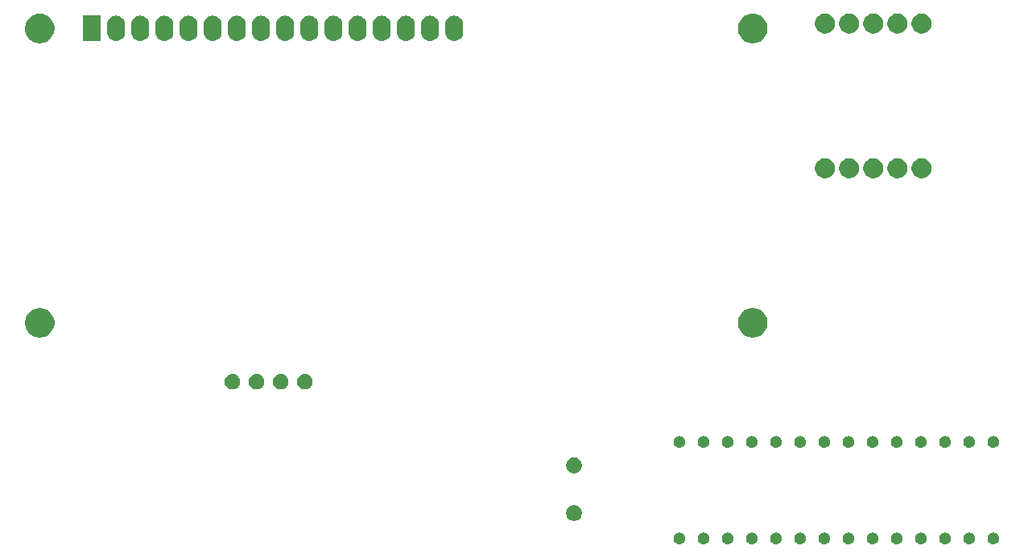
<source format=gbr>
G04 #@! TF.GenerationSoftware,KiCad,Pcbnew,(5.1.2)-1*
G04 #@! TF.CreationDate,2019-06-13T11:42:40+03:00*
G04 #@! TF.ProjectId,shema,7368656d-612e-46b6-9963-61645f706362,v.1.0*
G04 #@! TF.SameCoordinates,Original*
G04 #@! TF.FileFunction,Soldermask,Bot*
G04 #@! TF.FilePolarity,Negative*
%FSLAX46Y46*%
G04 Gerber Fmt 4.6, Leading zero omitted, Abs format (unit mm)*
G04 Created by KiCad (PCBNEW (5.1.2)-1) date 2019-06-13 11:42:40*
%MOMM*%
%LPD*%
G04 APERTURE LIST*
%ADD10C,0.100000*%
G04 APERTURE END LIST*
D10*
G36*
X196590114Y-121686228D02*
G01*
X196625157Y-121700744D01*
X196702496Y-121732778D01*
X196702499Y-121732780D01*
X196803631Y-121800354D01*
X196889646Y-121886369D01*
X196957220Y-121987501D01*
X196957222Y-121987504D01*
X196989256Y-122064843D01*
X197003772Y-122099886D01*
X197027500Y-122219179D01*
X197027500Y-122340821D01*
X197003772Y-122460114D01*
X197003770Y-122460118D01*
X196957222Y-122572496D01*
X196957220Y-122572499D01*
X196889646Y-122673631D01*
X196803631Y-122759646D01*
X196702499Y-122827220D01*
X196702496Y-122827222D01*
X196625157Y-122859256D01*
X196590114Y-122873772D01*
X196470821Y-122897500D01*
X196349179Y-122897500D01*
X196229886Y-122873772D01*
X196194843Y-122859256D01*
X196117504Y-122827222D01*
X196117501Y-122827220D01*
X196016369Y-122759646D01*
X195930354Y-122673631D01*
X195862780Y-122572499D01*
X195862778Y-122572496D01*
X195816230Y-122460118D01*
X195816228Y-122460114D01*
X195792500Y-122340821D01*
X195792500Y-122219179D01*
X195816228Y-122099886D01*
X195830744Y-122064843D01*
X195862778Y-121987504D01*
X195862780Y-121987501D01*
X195930354Y-121886369D01*
X196016369Y-121800354D01*
X196117501Y-121732780D01*
X196117504Y-121732778D01*
X196194843Y-121700744D01*
X196229886Y-121686228D01*
X196349179Y-121662500D01*
X196470821Y-121662500D01*
X196590114Y-121686228D01*
X196590114Y-121686228D01*
G37*
G36*
X183890114Y-121686228D02*
G01*
X183925157Y-121700744D01*
X184002496Y-121732778D01*
X184002499Y-121732780D01*
X184103631Y-121800354D01*
X184189646Y-121886369D01*
X184257220Y-121987501D01*
X184257222Y-121987504D01*
X184289256Y-122064843D01*
X184303772Y-122099886D01*
X184327500Y-122219179D01*
X184327500Y-122340821D01*
X184303772Y-122460114D01*
X184303770Y-122460118D01*
X184257222Y-122572496D01*
X184257220Y-122572499D01*
X184189646Y-122673631D01*
X184103631Y-122759646D01*
X184002499Y-122827220D01*
X184002496Y-122827222D01*
X183925157Y-122859256D01*
X183890114Y-122873772D01*
X183770821Y-122897500D01*
X183649179Y-122897500D01*
X183529886Y-122873772D01*
X183494843Y-122859256D01*
X183417504Y-122827222D01*
X183417501Y-122827220D01*
X183316369Y-122759646D01*
X183230354Y-122673631D01*
X183162780Y-122572499D01*
X183162778Y-122572496D01*
X183116230Y-122460118D01*
X183116228Y-122460114D01*
X183092500Y-122340821D01*
X183092500Y-122219179D01*
X183116228Y-122099886D01*
X183130744Y-122064843D01*
X183162778Y-121987504D01*
X183162780Y-121987501D01*
X183230354Y-121886369D01*
X183316369Y-121800354D01*
X183417501Y-121732780D01*
X183417504Y-121732778D01*
X183494843Y-121700744D01*
X183529886Y-121686228D01*
X183649179Y-121662500D01*
X183770821Y-121662500D01*
X183890114Y-121686228D01*
X183890114Y-121686228D01*
G37*
G36*
X194050114Y-121686228D02*
G01*
X194085157Y-121700744D01*
X194162496Y-121732778D01*
X194162499Y-121732780D01*
X194263631Y-121800354D01*
X194349646Y-121886369D01*
X194417220Y-121987501D01*
X194417222Y-121987504D01*
X194449256Y-122064843D01*
X194463772Y-122099886D01*
X194487500Y-122219179D01*
X194487500Y-122340821D01*
X194463772Y-122460114D01*
X194463770Y-122460118D01*
X194417222Y-122572496D01*
X194417220Y-122572499D01*
X194349646Y-122673631D01*
X194263631Y-122759646D01*
X194162499Y-122827220D01*
X194162496Y-122827222D01*
X194085157Y-122859256D01*
X194050114Y-122873772D01*
X193930821Y-122897500D01*
X193809179Y-122897500D01*
X193689886Y-122873772D01*
X193654843Y-122859256D01*
X193577504Y-122827222D01*
X193577501Y-122827220D01*
X193476369Y-122759646D01*
X193390354Y-122673631D01*
X193322780Y-122572499D01*
X193322778Y-122572496D01*
X193276230Y-122460118D01*
X193276228Y-122460114D01*
X193252500Y-122340821D01*
X193252500Y-122219179D01*
X193276228Y-122099886D01*
X193290744Y-122064843D01*
X193322778Y-121987504D01*
X193322780Y-121987501D01*
X193390354Y-121886369D01*
X193476369Y-121800354D01*
X193577501Y-121732780D01*
X193577504Y-121732778D01*
X193654843Y-121700744D01*
X193689886Y-121686228D01*
X193809179Y-121662500D01*
X193930821Y-121662500D01*
X194050114Y-121686228D01*
X194050114Y-121686228D01*
G37*
G36*
X191510114Y-121686228D02*
G01*
X191545157Y-121700744D01*
X191622496Y-121732778D01*
X191622499Y-121732780D01*
X191723631Y-121800354D01*
X191809646Y-121886369D01*
X191877220Y-121987501D01*
X191877222Y-121987504D01*
X191909256Y-122064843D01*
X191923772Y-122099886D01*
X191947500Y-122219179D01*
X191947500Y-122340821D01*
X191923772Y-122460114D01*
X191923770Y-122460118D01*
X191877222Y-122572496D01*
X191877220Y-122572499D01*
X191809646Y-122673631D01*
X191723631Y-122759646D01*
X191622499Y-122827220D01*
X191622496Y-122827222D01*
X191545157Y-122859256D01*
X191510114Y-122873772D01*
X191390821Y-122897500D01*
X191269179Y-122897500D01*
X191149886Y-122873772D01*
X191114843Y-122859256D01*
X191037504Y-122827222D01*
X191037501Y-122827220D01*
X190936369Y-122759646D01*
X190850354Y-122673631D01*
X190782780Y-122572499D01*
X190782778Y-122572496D01*
X190736230Y-122460118D01*
X190736228Y-122460114D01*
X190712500Y-122340821D01*
X190712500Y-122219179D01*
X190736228Y-122099886D01*
X190750744Y-122064843D01*
X190782778Y-121987504D01*
X190782780Y-121987501D01*
X190850354Y-121886369D01*
X190936369Y-121800354D01*
X191037501Y-121732780D01*
X191037504Y-121732778D01*
X191114843Y-121700744D01*
X191149886Y-121686228D01*
X191269179Y-121662500D01*
X191390821Y-121662500D01*
X191510114Y-121686228D01*
X191510114Y-121686228D01*
G37*
G36*
X188970114Y-121686228D02*
G01*
X189005157Y-121700744D01*
X189082496Y-121732778D01*
X189082499Y-121732780D01*
X189183631Y-121800354D01*
X189269646Y-121886369D01*
X189337220Y-121987501D01*
X189337222Y-121987504D01*
X189369256Y-122064843D01*
X189383772Y-122099886D01*
X189407500Y-122219179D01*
X189407500Y-122340821D01*
X189383772Y-122460114D01*
X189383770Y-122460118D01*
X189337222Y-122572496D01*
X189337220Y-122572499D01*
X189269646Y-122673631D01*
X189183631Y-122759646D01*
X189082499Y-122827220D01*
X189082496Y-122827222D01*
X189005157Y-122859256D01*
X188970114Y-122873772D01*
X188850821Y-122897500D01*
X188729179Y-122897500D01*
X188609886Y-122873772D01*
X188574843Y-122859256D01*
X188497504Y-122827222D01*
X188497501Y-122827220D01*
X188396369Y-122759646D01*
X188310354Y-122673631D01*
X188242780Y-122572499D01*
X188242778Y-122572496D01*
X188196230Y-122460118D01*
X188196228Y-122460114D01*
X188172500Y-122340821D01*
X188172500Y-122219179D01*
X188196228Y-122099886D01*
X188210744Y-122064843D01*
X188242778Y-121987504D01*
X188242780Y-121987501D01*
X188310354Y-121886369D01*
X188396369Y-121800354D01*
X188497501Y-121732780D01*
X188497504Y-121732778D01*
X188574843Y-121700744D01*
X188609886Y-121686228D01*
X188729179Y-121662500D01*
X188850821Y-121662500D01*
X188970114Y-121686228D01*
X188970114Y-121686228D01*
G37*
G36*
X186430114Y-121686228D02*
G01*
X186465157Y-121700744D01*
X186542496Y-121732778D01*
X186542499Y-121732780D01*
X186643631Y-121800354D01*
X186729646Y-121886369D01*
X186797220Y-121987501D01*
X186797222Y-121987504D01*
X186829256Y-122064843D01*
X186843772Y-122099886D01*
X186867500Y-122219179D01*
X186867500Y-122340821D01*
X186843772Y-122460114D01*
X186843770Y-122460118D01*
X186797222Y-122572496D01*
X186797220Y-122572499D01*
X186729646Y-122673631D01*
X186643631Y-122759646D01*
X186542499Y-122827220D01*
X186542496Y-122827222D01*
X186465157Y-122859256D01*
X186430114Y-122873772D01*
X186310821Y-122897500D01*
X186189179Y-122897500D01*
X186069886Y-122873772D01*
X186034843Y-122859256D01*
X185957504Y-122827222D01*
X185957501Y-122827220D01*
X185856369Y-122759646D01*
X185770354Y-122673631D01*
X185702780Y-122572499D01*
X185702778Y-122572496D01*
X185656230Y-122460118D01*
X185656228Y-122460114D01*
X185632500Y-122340821D01*
X185632500Y-122219179D01*
X185656228Y-122099886D01*
X185670744Y-122064843D01*
X185702778Y-121987504D01*
X185702780Y-121987501D01*
X185770354Y-121886369D01*
X185856369Y-121800354D01*
X185957501Y-121732780D01*
X185957504Y-121732778D01*
X186034843Y-121700744D01*
X186069886Y-121686228D01*
X186189179Y-121662500D01*
X186310821Y-121662500D01*
X186430114Y-121686228D01*
X186430114Y-121686228D01*
G37*
G36*
X181350114Y-121686228D02*
G01*
X181385157Y-121700744D01*
X181462496Y-121732778D01*
X181462499Y-121732780D01*
X181563631Y-121800354D01*
X181649646Y-121886369D01*
X181717220Y-121987501D01*
X181717222Y-121987504D01*
X181749256Y-122064843D01*
X181763772Y-122099886D01*
X181787500Y-122219179D01*
X181787500Y-122340821D01*
X181763772Y-122460114D01*
X181763770Y-122460118D01*
X181717222Y-122572496D01*
X181717220Y-122572499D01*
X181649646Y-122673631D01*
X181563631Y-122759646D01*
X181462499Y-122827220D01*
X181462496Y-122827222D01*
X181385157Y-122859256D01*
X181350114Y-122873772D01*
X181230821Y-122897500D01*
X181109179Y-122897500D01*
X180989886Y-122873772D01*
X180954843Y-122859256D01*
X180877504Y-122827222D01*
X180877501Y-122827220D01*
X180776369Y-122759646D01*
X180690354Y-122673631D01*
X180622780Y-122572499D01*
X180622778Y-122572496D01*
X180576230Y-122460118D01*
X180576228Y-122460114D01*
X180552500Y-122340821D01*
X180552500Y-122219179D01*
X180576228Y-122099886D01*
X180590744Y-122064843D01*
X180622778Y-121987504D01*
X180622780Y-121987501D01*
X180690354Y-121886369D01*
X180776369Y-121800354D01*
X180877501Y-121732780D01*
X180877504Y-121732778D01*
X180954843Y-121700744D01*
X180989886Y-121686228D01*
X181109179Y-121662500D01*
X181230821Y-121662500D01*
X181350114Y-121686228D01*
X181350114Y-121686228D01*
G37*
G36*
X178810114Y-121686228D02*
G01*
X178845157Y-121700744D01*
X178922496Y-121732778D01*
X178922499Y-121732780D01*
X179023631Y-121800354D01*
X179109646Y-121886369D01*
X179177220Y-121987501D01*
X179177222Y-121987504D01*
X179209256Y-122064843D01*
X179223772Y-122099886D01*
X179247500Y-122219179D01*
X179247500Y-122340821D01*
X179223772Y-122460114D01*
X179223770Y-122460118D01*
X179177222Y-122572496D01*
X179177220Y-122572499D01*
X179109646Y-122673631D01*
X179023631Y-122759646D01*
X178922499Y-122827220D01*
X178922496Y-122827222D01*
X178845157Y-122859256D01*
X178810114Y-122873772D01*
X178690821Y-122897500D01*
X178569179Y-122897500D01*
X178449886Y-122873772D01*
X178414843Y-122859256D01*
X178337504Y-122827222D01*
X178337501Y-122827220D01*
X178236369Y-122759646D01*
X178150354Y-122673631D01*
X178082780Y-122572499D01*
X178082778Y-122572496D01*
X178036230Y-122460118D01*
X178036228Y-122460114D01*
X178012500Y-122340821D01*
X178012500Y-122219179D01*
X178036228Y-122099886D01*
X178050744Y-122064843D01*
X178082778Y-121987504D01*
X178082780Y-121987501D01*
X178150354Y-121886369D01*
X178236369Y-121800354D01*
X178337501Y-121732780D01*
X178337504Y-121732778D01*
X178414843Y-121700744D01*
X178449886Y-121686228D01*
X178569179Y-121662500D01*
X178690821Y-121662500D01*
X178810114Y-121686228D01*
X178810114Y-121686228D01*
G37*
G36*
X173730114Y-121686228D02*
G01*
X173765157Y-121700744D01*
X173842496Y-121732778D01*
X173842499Y-121732780D01*
X173943631Y-121800354D01*
X174029646Y-121886369D01*
X174097220Y-121987501D01*
X174097222Y-121987504D01*
X174129256Y-122064843D01*
X174143772Y-122099886D01*
X174167500Y-122219179D01*
X174167500Y-122340821D01*
X174143772Y-122460114D01*
X174143770Y-122460118D01*
X174097222Y-122572496D01*
X174097220Y-122572499D01*
X174029646Y-122673631D01*
X173943631Y-122759646D01*
X173842499Y-122827220D01*
X173842496Y-122827222D01*
X173765157Y-122859256D01*
X173730114Y-122873772D01*
X173610821Y-122897500D01*
X173489179Y-122897500D01*
X173369886Y-122873772D01*
X173334843Y-122859256D01*
X173257504Y-122827222D01*
X173257501Y-122827220D01*
X173156369Y-122759646D01*
X173070354Y-122673631D01*
X173002780Y-122572499D01*
X173002778Y-122572496D01*
X172956230Y-122460118D01*
X172956228Y-122460114D01*
X172932500Y-122340821D01*
X172932500Y-122219179D01*
X172956228Y-122099886D01*
X172970744Y-122064843D01*
X173002778Y-121987504D01*
X173002780Y-121987501D01*
X173070354Y-121886369D01*
X173156369Y-121800354D01*
X173257501Y-121732780D01*
X173257504Y-121732778D01*
X173334843Y-121700744D01*
X173369886Y-121686228D01*
X173489179Y-121662500D01*
X173610821Y-121662500D01*
X173730114Y-121686228D01*
X173730114Y-121686228D01*
G37*
G36*
X171190114Y-121686228D02*
G01*
X171225157Y-121700744D01*
X171302496Y-121732778D01*
X171302499Y-121732780D01*
X171403631Y-121800354D01*
X171489646Y-121886369D01*
X171557220Y-121987501D01*
X171557222Y-121987504D01*
X171589256Y-122064843D01*
X171603772Y-122099886D01*
X171627500Y-122219179D01*
X171627500Y-122340821D01*
X171603772Y-122460114D01*
X171603770Y-122460118D01*
X171557222Y-122572496D01*
X171557220Y-122572499D01*
X171489646Y-122673631D01*
X171403631Y-122759646D01*
X171302499Y-122827220D01*
X171302496Y-122827222D01*
X171225157Y-122859256D01*
X171190114Y-122873772D01*
X171070821Y-122897500D01*
X170949179Y-122897500D01*
X170829886Y-122873772D01*
X170794843Y-122859256D01*
X170717504Y-122827222D01*
X170717501Y-122827220D01*
X170616369Y-122759646D01*
X170530354Y-122673631D01*
X170462780Y-122572499D01*
X170462778Y-122572496D01*
X170416230Y-122460118D01*
X170416228Y-122460114D01*
X170392500Y-122340821D01*
X170392500Y-122219179D01*
X170416228Y-122099886D01*
X170430744Y-122064843D01*
X170462778Y-121987504D01*
X170462780Y-121987501D01*
X170530354Y-121886369D01*
X170616369Y-121800354D01*
X170717501Y-121732780D01*
X170717504Y-121732778D01*
X170794843Y-121700744D01*
X170829886Y-121686228D01*
X170949179Y-121662500D01*
X171070821Y-121662500D01*
X171190114Y-121686228D01*
X171190114Y-121686228D01*
G37*
G36*
X168650114Y-121686228D02*
G01*
X168685157Y-121700744D01*
X168762496Y-121732778D01*
X168762499Y-121732780D01*
X168863631Y-121800354D01*
X168949646Y-121886369D01*
X169017220Y-121987501D01*
X169017222Y-121987504D01*
X169049256Y-122064843D01*
X169063772Y-122099886D01*
X169087500Y-122219179D01*
X169087500Y-122340821D01*
X169063772Y-122460114D01*
X169063770Y-122460118D01*
X169017222Y-122572496D01*
X169017220Y-122572499D01*
X168949646Y-122673631D01*
X168863631Y-122759646D01*
X168762499Y-122827220D01*
X168762496Y-122827222D01*
X168685157Y-122859256D01*
X168650114Y-122873772D01*
X168530821Y-122897500D01*
X168409179Y-122897500D01*
X168289886Y-122873772D01*
X168254843Y-122859256D01*
X168177504Y-122827222D01*
X168177501Y-122827220D01*
X168076369Y-122759646D01*
X167990354Y-122673631D01*
X167922780Y-122572499D01*
X167922778Y-122572496D01*
X167876230Y-122460118D01*
X167876228Y-122460114D01*
X167852500Y-122340821D01*
X167852500Y-122219179D01*
X167876228Y-122099886D01*
X167890744Y-122064843D01*
X167922778Y-121987504D01*
X167922780Y-121987501D01*
X167990354Y-121886369D01*
X168076369Y-121800354D01*
X168177501Y-121732780D01*
X168177504Y-121732778D01*
X168254843Y-121700744D01*
X168289886Y-121686228D01*
X168409179Y-121662500D01*
X168530821Y-121662500D01*
X168650114Y-121686228D01*
X168650114Y-121686228D01*
G37*
G36*
X166110114Y-121686228D02*
G01*
X166145157Y-121700744D01*
X166222496Y-121732778D01*
X166222499Y-121732780D01*
X166323631Y-121800354D01*
X166409646Y-121886369D01*
X166477220Y-121987501D01*
X166477222Y-121987504D01*
X166509256Y-122064843D01*
X166523772Y-122099886D01*
X166547500Y-122219179D01*
X166547500Y-122340821D01*
X166523772Y-122460114D01*
X166523770Y-122460118D01*
X166477222Y-122572496D01*
X166477220Y-122572499D01*
X166409646Y-122673631D01*
X166323631Y-122759646D01*
X166222499Y-122827220D01*
X166222496Y-122827222D01*
X166145157Y-122859256D01*
X166110114Y-122873772D01*
X165990821Y-122897500D01*
X165869179Y-122897500D01*
X165749886Y-122873772D01*
X165714843Y-122859256D01*
X165637504Y-122827222D01*
X165637501Y-122827220D01*
X165536369Y-122759646D01*
X165450354Y-122673631D01*
X165382780Y-122572499D01*
X165382778Y-122572496D01*
X165336230Y-122460118D01*
X165336228Y-122460114D01*
X165312500Y-122340821D01*
X165312500Y-122219179D01*
X165336228Y-122099886D01*
X165350744Y-122064843D01*
X165382778Y-121987504D01*
X165382780Y-121987501D01*
X165450354Y-121886369D01*
X165536369Y-121800354D01*
X165637501Y-121732780D01*
X165637504Y-121732778D01*
X165714843Y-121700744D01*
X165749886Y-121686228D01*
X165869179Y-121662500D01*
X165990821Y-121662500D01*
X166110114Y-121686228D01*
X166110114Y-121686228D01*
G37*
G36*
X163570114Y-121686228D02*
G01*
X163605157Y-121700744D01*
X163682496Y-121732778D01*
X163682499Y-121732780D01*
X163783631Y-121800354D01*
X163869646Y-121886369D01*
X163937220Y-121987501D01*
X163937222Y-121987504D01*
X163969256Y-122064843D01*
X163983772Y-122099886D01*
X164007500Y-122219179D01*
X164007500Y-122340821D01*
X163983772Y-122460114D01*
X163983770Y-122460118D01*
X163937222Y-122572496D01*
X163937220Y-122572499D01*
X163869646Y-122673631D01*
X163783631Y-122759646D01*
X163682499Y-122827220D01*
X163682496Y-122827222D01*
X163605157Y-122859256D01*
X163570114Y-122873772D01*
X163450821Y-122897500D01*
X163329179Y-122897500D01*
X163209886Y-122873772D01*
X163174843Y-122859256D01*
X163097504Y-122827222D01*
X163097501Y-122827220D01*
X162996369Y-122759646D01*
X162910354Y-122673631D01*
X162842780Y-122572499D01*
X162842778Y-122572496D01*
X162796230Y-122460118D01*
X162796228Y-122460114D01*
X162772500Y-122340821D01*
X162772500Y-122219179D01*
X162796228Y-122099886D01*
X162810744Y-122064843D01*
X162842778Y-121987504D01*
X162842780Y-121987501D01*
X162910354Y-121886369D01*
X162996369Y-121800354D01*
X163097501Y-121732780D01*
X163097504Y-121732778D01*
X163174843Y-121700744D01*
X163209886Y-121686228D01*
X163329179Y-121662500D01*
X163450821Y-121662500D01*
X163570114Y-121686228D01*
X163570114Y-121686228D01*
G37*
G36*
X176270114Y-121686228D02*
G01*
X176305157Y-121700744D01*
X176382496Y-121732778D01*
X176382499Y-121732780D01*
X176483631Y-121800354D01*
X176569646Y-121886369D01*
X176637220Y-121987501D01*
X176637222Y-121987504D01*
X176669256Y-122064843D01*
X176683772Y-122099886D01*
X176707500Y-122219179D01*
X176707500Y-122340821D01*
X176683772Y-122460114D01*
X176683770Y-122460118D01*
X176637222Y-122572496D01*
X176637220Y-122572499D01*
X176569646Y-122673631D01*
X176483631Y-122759646D01*
X176382499Y-122827220D01*
X176382496Y-122827222D01*
X176305157Y-122859256D01*
X176270114Y-122873772D01*
X176150821Y-122897500D01*
X176029179Y-122897500D01*
X175909886Y-122873772D01*
X175874843Y-122859256D01*
X175797504Y-122827222D01*
X175797501Y-122827220D01*
X175696369Y-122759646D01*
X175610354Y-122673631D01*
X175542780Y-122572499D01*
X175542778Y-122572496D01*
X175496230Y-122460118D01*
X175496228Y-122460114D01*
X175472500Y-122340821D01*
X175472500Y-122219179D01*
X175496228Y-122099886D01*
X175510744Y-122064843D01*
X175542778Y-121987504D01*
X175542780Y-121987501D01*
X175610354Y-121886369D01*
X175696369Y-121800354D01*
X175797501Y-121732780D01*
X175797504Y-121732778D01*
X175874843Y-121700744D01*
X175909886Y-121686228D01*
X176029179Y-121662500D01*
X176150821Y-121662500D01*
X176270114Y-121686228D01*
X176270114Y-121686228D01*
G37*
G36*
X152540935Y-118805742D02*
G01*
X152691258Y-118868008D01*
X152826545Y-118958404D01*
X152941596Y-119073455D01*
X153031992Y-119208742D01*
X153094258Y-119359065D01*
X153126000Y-119518646D01*
X153126000Y-119681354D01*
X153094258Y-119840935D01*
X153031992Y-119991258D01*
X152941596Y-120126545D01*
X152826545Y-120241596D01*
X152691258Y-120331992D01*
X152540935Y-120394258D01*
X152381354Y-120426000D01*
X152218646Y-120426000D01*
X152059065Y-120394258D01*
X151908742Y-120331992D01*
X151773455Y-120241596D01*
X151658404Y-120126545D01*
X151568008Y-119991258D01*
X151505742Y-119840935D01*
X151474000Y-119681354D01*
X151474000Y-119518646D01*
X151505742Y-119359065D01*
X151568008Y-119208742D01*
X151658404Y-119073455D01*
X151773455Y-118958404D01*
X151908742Y-118868008D01*
X152059065Y-118805742D01*
X152218646Y-118774000D01*
X152381354Y-118774000D01*
X152540935Y-118805742D01*
X152540935Y-118805742D01*
G37*
G36*
X152540935Y-113805742D02*
G01*
X152691258Y-113868008D01*
X152826545Y-113958404D01*
X152941596Y-114073455D01*
X153031992Y-114208742D01*
X153094258Y-114359065D01*
X153126000Y-114518646D01*
X153126000Y-114681354D01*
X153094258Y-114840935D01*
X153031992Y-114991258D01*
X152941596Y-115126545D01*
X152826545Y-115241596D01*
X152691258Y-115331992D01*
X152540935Y-115394258D01*
X152381354Y-115426000D01*
X152218646Y-115426000D01*
X152059065Y-115394258D01*
X151908742Y-115331992D01*
X151773455Y-115241596D01*
X151658404Y-115126545D01*
X151568008Y-114991258D01*
X151505742Y-114840935D01*
X151474000Y-114681354D01*
X151474000Y-114518646D01*
X151505742Y-114359065D01*
X151568008Y-114208742D01*
X151658404Y-114073455D01*
X151773455Y-113958404D01*
X151908742Y-113868008D01*
X152059065Y-113805742D01*
X152218646Y-113774000D01*
X152381354Y-113774000D01*
X152540935Y-113805742D01*
X152540935Y-113805742D01*
G37*
G36*
X173730114Y-111526228D02*
G01*
X173765157Y-111540744D01*
X173842496Y-111572778D01*
X173842499Y-111572780D01*
X173943631Y-111640354D01*
X174029646Y-111726369D01*
X174097220Y-111827501D01*
X174097222Y-111827504D01*
X174129256Y-111904843D01*
X174143772Y-111939886D01*
X174167500Y-112059179D01*
X174167500Y-112180821D01*
X174143772Y-112300114D01*
X174143770Y-112300118D01*
X174097222Y-112412496D01*
X174097220Y-112412499D01*
X174029646Y-112513631D01*
X173943631Y-112599646D01*
X173842499Y-112667220D01*
X173842496Y-112667222D01*
X173765157Y-112699256D01*
X173730114Y-112713772D01*
X173610821Y-112737500D01*
X173489179Y-112737500D01*
X173369886Y-112713772D01*
X173334843Y-112699256D01*
X173257504Y-112667222D01*
X173257501Y-112667220D01*
X173156369Y-112599646D01*
X173070354Y-112513631D01*
X173002780Y-112412499D01*
X173002778Y-112412496D01*
X172956230Y-112300118D01*
X172956228Y-112300114D01*
X172932500Y-112180821D01*
X172932500Y-112059179D01*
X172956228Y-111939886D01*
X172970744Y-111904843D01*
X173002778Y-111827504D01*
X173002780Y-111827501D01*
X173070354Y-111726369D01*
X173156369Y-111640354D01*
X173257501Y-111572780D01*
X173257504Y-111572778D01*
X173334843Y-111540744D01*
X173369886Y-111526228D01*
X173489179Y-111502500D01*
X173610821Y-111502500D01*
X173730114Y-111526228D01*
X173730114Y-111526228D01*
G37*
G36*
X196590114Y-111526228D02*
G01*
X196625157Y-111540744D01*
X196702496Y-111572778D01*
X196702499Y-111572780D01*
X196803631Y-111640354D01*
X196889646Y-111726369D01*
X196957220Y-111827501D01*
X196957222Y-111827504D01*
X196989256Y-111904843D01*
X197003772Y-111939886D01*
X197027500Y-112059179D01*
X197027500Y-112180821D01*
X197003772Y-112300114D01*
X197003770Y-112300118D01*
X196957222Y-112412496D01*
X196957220Y-112412499D01*
X196889646Y-112513631D01*
X196803631Y-112599646D01*
X196702499Y-112667220D01*
X196702496Y-112667222D01*
X196625157Y-112699256D01*
X196590114Y-112713772D01*
X196470821Y-112737500D01*
X196349179Y-112737500D01*
X196229886Y-112713772D01*
X196194843Y-112699256D01*
X196117504Y-112667222D01*
X196117501Y-112667220D01*
X196016369Y-112599646D01*
X195930354Y-112513631D01*
X195862780Y-112412499D01*
X195862778Y-112412496D01*
X195816230Y-112300118D01*
X195816228Y-112300114D01*
X195792500Y-112180821D01*
X195792500Y-112059179D01*
X195816228Y-111939886D01*
X195830744Y-111904843D01*
X195862778Y-111827504D01*
X195862780Y-111827501D01*
X195930354Y-111726369D01*
X196016369Y-111640354D01*
X196117501Y-111572780D01*
X196117504Y-111572778D01*
X196194843Y-111540744D01*
X196229886Y-111526228D01*
X196349179Y-111502500D01*
X196470821Y-111502500D01*
X196590114Y-111526228D01*
X196590114Y-111526228D01*
G37*
G36*
X194050114Y-111526228D02*
G01*
X194085157Y-111540744D01*
X194162496Y-111572778D01*
X194162499Y-111572780D01*
X194263631Y-111640354D01*
X194349646Y-111726369D01*
X194417220Y-111827501D01*
X194417222Y-111827504D01*
X194449256Y-111904843D01*
X194463772Y-111939886D01*
X194487500Y-112059179D01*
X194487500Y-112180821D01*
X194463772Y-112300114D01*
X194463770Y-112300118D01*
X194417222Y-112412496D01*
X194417220Y-112412499D01*
X194349646Y-112513631D01*
X194263631Y-112599646D01*
X194162499Y-112667220D01*
X194162496Y-112667222D01*
X194085157Y-112699256D01*
X194050114Y-112713772D01*
X193930821Y-112737500D01*
X193809179Y-112737500D01*
X193689886Y-112713772D01*
X193654843Y-112699256D01*
X193577504Y-112667222D01*
X193577501Y-112667220D01*
X193476369Y-112599646D01*
X193390354Y-112513631D01*
X193322780Y-112412499D01*
X193322778Y-112412496D01*
X193276230Y-112300118D01*
X193276228Y-112300114D01*
X193252500Y-112180821D01*
X193252500Y-112059179D01*
X193276228Y-111939886D01*
X193290744Y-111904843D01*
X193322778Y-111827504D01*
X193322780Y-111827501D01*
X193390354Y-111726369D01*
X193476369Y-111640354D01*
X193577501Y-111572780D01*
X193577504Y-111572778D01*
X193654843Y-111540744D01*
X193689886Y-111526228D01*
X193809179Y-111502500D01*
X193930821Y-111502500D01*
X194050114Y-111526228D01*
X194050114Y-111526228D01*
G37*
G36*
X191510114Y-111526228D02*
G01*
X191545157Y-111540744D01*
X191622496Y-111572778D01*
X191622499Y-111572780D01*
X191723631Y-111640354D01*
X191809646Y-111726369D01*
X191877220Y-111827501D01*
X191877222Y-111827504D01*
X191909256Y-111904843D01*
X191923772Y-111939886D01*
X191947500Y-112059179D01*
X191947500Y-112180821D01*
X191923772Y-112300114D01*
X191923770Y-112300118D01*
X191877222Y-112412496D01*
X191877220Y-112412499D01*
X191809646Y-112513631D01*
X191723631Y-112599646D01*
X191622499Y-112667220D01*
X191622496Y-112667222D01*
X191545157Y-112699256D01*
X191510114Y-112713772D01*
X191390821Y-112737500D01*
X191269179Y-112737500D01*
X191149886Y-112713772D01*
X191114843Y-112699256D01*
X191037504Y-112667222D01*
X191037501Y-112667220D01*
X190936369Y-112599646D01*
X190850354Y-112513631D01*
X190782780Y-112412499D01*
X190782778Y-112412496D01*
X190736230Y-112300118D01*
X190736228Y-112300114D01*
X190712500Y-112180821D01*
X190712500Y-112059179D01*
X190736228Y-111939886D01*
X190750744Y-111904843D01*
X190782778Y-111827504D01*
X190782780Y-111827501D01*
X190850354Y-111726369D01*
X190936369Y-111640354D01*
X191037501Y-111572780D01*
X191037504Y-111572778D01*
X191114843Y-111540744D01*
X191149886Y-111526228D01*
X191269179Y-111502500D01*
X191390821Y-111502500D01*
X191510114Y-111526228D01*
X191510114Y-111526228D01*
G37*
G36*
X188970114Y-111526228D02*
G01*
X189005157Y-111540744D01*
X189082496Y-111572778D01*
X189082499Y-111572780D01*
X189183631Y-111640354D01*
X189269646Y-111726369D01*
X189337220Y-111827501D01*
X189337222Y-111827504D01*
X189369256Y-111904843D01*
X189383772Y-111939886D01*
X189407500Y-112059179D01*
X189407500Y-112180821D01*
X189383772Y-112300114D01*
X189383770Y-112300118D01*
X189337222Y-112412496D01*
X189337220Y-112412499D01*
X189269646Y-112513631D01*
X189183631Y-112599646D01*
X189082499Y-112667220D01*
X189082496Y-112667222D01*
X189005157Y-112699256D01*
X188970114Y-112713772D01*
X188850821Y-112737500D01*
X188729179Y-112737500D01*
X188609886Y-112713772D01*
X188574843Y-112699256D01*
X188497504Y-112667222D01*
X188497501Y-112667220D01*
X188396369Y-112599646D01*
X188310354Y-112513631D01*
X188242780Y-112412499D01*
X188242778Y-112412496D01*
X188196230Y-112300118D01*
X188196228Y-112300114D01*
X188172500Y-112180821D01*
X188172500Y-112059179D01*
X188196228Y-111939886D01*
X188210744Y-111904843D01*
X188242778Y-111827504D01*
X188242780Y-111827501D01*
X188310354Y-111726369D01*
X188396369Y-111640354D01*
X188497501Y-111572780D01*
X188497504Y-111572778D01*
X188574843Y-111540744D01*
X188609886Y-111526228D01*
X188729179Y-111502500D01*
X188850821Y-111502500D01*
X188970114Y-111526228D01*
X188970114Y-111526228D01*
G37*
G36*
X186430114Y-111526228D02*
G01*
X186465157Y-111540744D01*
X186542496Y-111572778D01*
X186542499Y-111572780D01*
X186643631Y-111640354D01*
X186729646Y-111726369D01*
X186797220Y-111827501D01*
X186797222Y-111827504D01*
X186829256Y-111904843D01*
X186843772Y-111939886D01*
X186867500Y-112059179D01*
X186867500Y-112180821D01*
X186843772Y-112300114D01*
X186843770Y-112300118D01*
X186797222Y-112412496D01*
X186797220Y-112412499D01*
X186729646Y-112513631D01*
X186643631Y-112599646D01*
X186542499Y-112667220D01*
X186542496Y-112667222D01*
X186465157Y-112699256D01*
X186430114Y-112713772D01*
X186310821Y-112737500D01*
X186189179Y-112737500D01*
X186069886Y-112713772D01*
X186034843Y-112699256D01*
X185957504Y-112667222D01*
X185957501Y-112667220D01*
X185856369Y-112599646D01*
X185770354Y-112513631D01*
X185702780Y-112412499D01*
X185702778Y-112412496D01*
X185656230Y-112300118D01*
X185656228Y-112300114D01*
X185632500Y-112180821D01*
X185632500Y-112059179D01*
X185656228Y-111939886D01*
X185670744Y-111904843D01*
X185702778Y-111827504D01*
X185702780Y-111827501D01*
X185770354Y-111726369D01*
X185856369Y-111640354D01*
X185957501Y-111572780D01*
X185957504Y-111572778D01*
X186034843Y-111540744D01*
X186069886Y-111526228D01*
X186189179Y-111502500D01*
X186310821Y-111502500D01*
X186430114Y-111526228D01*
X186430114Y-111526228D01*
G37*
G36*
X183890114Y-111526228D02*
G01*
X183925157Y-111540744D01*
X184002496Y-111572778D01*
X184002499Y-111572780D01*
X184103631Y-111640354D01*
X184189646Y-111726369D01*
X184257220Y-111827501D01*
X184257222Y-111827504D01*
X184289256Y-111904843D01*
X184303772Y-111939886D01*
X184327500Y-112059179D01*
X184327500Y-112180821D01*
X184303772Y-112300114D01*
X184303770Y-112300118D01*
X184257222Y-112412496D01*
X184257220Y-112412499D01*
X184189646Y-112513631D01*
X184103631Y-112599646D01*
X184002499Y-112667220D01*
X184002496Y-112667222D01*
X183925157Y-112699256D01*
X183890114Y-112713772D01*
X183770821Y-112737500D01*
X183649179Y-112737500D01*
X183529886Y-112713772D01*
X183494843Y-112699256D01*
X183417504Y-112667222D01*
X183417501Y-112667220D01*
X183316369Y-112599646D01*
X183230354Y-112513631D01*
X183162780Y-112412499D01*
X183162778Y-112412496D01*
X183116230Y-112300118D01*
X183116228Y-112300114D01*
X183092500Y-112180821D01*
X183092500Y-112059179D01*
X183116228Y-111939886D01*
X183130744Y-111904843D01*
X183162778Y-111827504D01*
X183162780Y-111827501D01*
X183230354Y-111726369D01*
X183316369Y-111640354D01*
X183417501Y-111572780D01*
X183417504Y-111572778D01*
X183494843Y-111540744D01*
X183529886Y-111526228D01*
X183649179Y-111502500D01*
X183770821Y-111502500D01*
X183890114Y-111526228D01*
X183890114Y-111526228D01*
G37*
G36*
X181350114Y-111526228D02*
G01*
X181385157Y-111540744D01*
X181462496Y-111572778D01*
X181462499Y-111572780D01*
X181563631Y-111640354D01*
X181649646Y-111726369D01*
X181717220Y-111827501D01*
X181717222Y-111827504D01*
X181749256Y-111904843D01*
X181763772Y-111939886D01*
X181787500Y-112059179D01*
X181787500Y-112180821D01*
X181763772Y-112300114D01*
X181763770Y-112300118D01*
X181717222Y-112412496D01*
X181717220Y-112412499D01*
X181649646Y-112513631D01*
X181563631Y-112599646D01*
X181462499Y-112667220D01*
X181462496Y-112667222D01*
X181385157Y-112699256D01*
X181350114Y-112713772D01*
X181230821Y-112737500D01*
X181109179Y-112737500D01*
X180989886Y-112713772D01*
X180954843Y-112699256D01*
X180877504Y-112667222D01*
X180877501Y-112667220D01*
X180776369Y-112599646D01*
X180690354Y-112513631D01*
X180622780Y-112412499D01*
X180622778Y-112412496D01*
X180576230Y-112300118D01*
X180576228Y-112300114D01*
X180552500Y-112180821D01*
X180552500Y-112059179D01*
X180576228Y-111939886D01*
X180590744Y-111904843D01*
X180622778Y-111827504D01*
X180622780Y-111827501D01*
X180690354Y-111726369D01*
X180776369Y-111640354D01*
X180877501Y-111572780D01*
X180877504Y-111572778D01*
X180954843Y-111540744D01*
X180989886Y-111526228D01*
X181109179Y-111502500D01*
X181230821Y-111502500D01*
X181350114Y-111526228D01*
X181350114Y-111526228D01*
G37*
G36*
X178810114Y-111526228D02*
G01*
X178845157Y-111540744D01*
X178922496Y-111572778D01*
X178922499Y-111572780D01*
X179023631Y-111640354D01*
X179109646Y-111726369D01*
X179177220Y-111827501D01*
X179177222Y-111827504D01*
X179209256Y-111904843D01*
X179223772Y-111939886D01*
X179247500Y-112059179D01*
X179247500Y-112180821D01*
X179223772Y-112300114D01*
X179223770Y-112300118D01*
X179177222Y-112412496D01*
X179177220Y-112412499D01*
X179109646Y-112513631D01*
X179023631Y-112599646D01*
X178922499Y-112667220D01*
X178922496Y-112667222D01*
X178845157Y-112699256D01*
X178810114Y-112713772D01*
X178690821Y-112737500D01*
X178569179Y-112737500D01*
X178449886Y-112713772D01*
X178414843Y-112699256D01*
X178337504Y-112667222D01*
X178337501Y-112667220D01*
X178236369Y-112599646D01*
X178150354Y-112513631D01*
X178082780Y-112412499D01*
X178082778Y-112412496D01*
X178036230Y-112300118D01*
X178036228Y-112300114D01*
X178012500Y-112180821D01*
X178012500Y-112059179D01*
X178036228Y-111939886D01*
X178050744Y-111904843D01*
X178082778Y-111827504D01*
X178082780Y-111827501D01*
X178150354Y-111726369D01*
X178236369Y-111640354D01*
X178337501Y-111572780D01*
X178337504Y-111572778D01*
X178414843Y-111540744D01*
X178449886Y-111526228D01*
X178569179Y-111502500D01*
X178690821Y-111502500D01*
X178810114Y-111526228D01*
X178810114Y-111526228D01*
G37*
G36*
X176270114Y-111526228D02*
G01*
X176305157Y-111540744D01*
X176382496Y-111572778D01*
X176382499Y-111572780D01*
X176483631Y-111640354D01*
X176569646Y-111726369D01*
X176637220Y-111827501D01*
X176637222Y-111827504D01*
X176669256Y-111904843D01*
X176683772Y-111939886D01*
X176707500Y-112059179D01*
X176707500Y-112180821D01*
X176683772Y-112300114D01*
X176683770Y-112300118D01*
X176637222Y-112412496D01*
X176637220Y-112412499D01*
X176569646Y-112513631D01*
X176483631Y-112599646D01*
X176382499Y-112667220D01*
X176382496Y-112667222D01*
X176305157Y-112699256D01*
X176270114Y-112713772D01*
X176150821Y-112737500D01*
X176029179Y-112737500D01*
X175909886Y-112713772D01*
X175874843Y-112699256D01*
X175797504Y-112667222D01*
X175797501Y-112667220D01*
X175696369Y-112599646D01*
X175610354Y-112513631D01*
X175542780Y-112412499D01*
X175542778Y-112412496D01*
X175496230Y-112300118D01*
X175496228Y-112300114D01*
X175472500Y-112180821D01*
X175472500Y-112059179D01*
X175496228Y-111939886D01*
X175510744Y-111904843D01*
X175542778Y-111827504D01*
X175542780Y-111827501D01*
X175610354Y-111726369D01*
X175696369Y-111640354D01*
X175797501Y-111572780D01*
X175797504Y-111572778D01*
X175874843Y-111540744D01*
X175909886Y-111526228D01*
X176029179Y-111502500D01*
X176150821Y-111502500D01*
X176270114Y-111526228D01*
X176270114Y-111526228D01*
G37*
G36*
X171190114Y-111526228D02*
G01*
X171225157Y-111540744D01*
X171302496Y-111572778D01*
X171302499Y-111572780D01*
X171403631Y-111640354D01*
X171489646Y-111726369D01*
X171557220Y-111827501D01*
X171557222Y-111827504D01*
X171589256Y-111904843D01*
X171603772Y-111939886D01*
X171627500Y-112059179D01*
X171627500Y-112180821D01*
X171603772Y-112300114D01*
X171603770Y-112300118D01*
X171557222Y-112412496D01*
X171557220Y-112412499D01*
X171489646Y-112513631D01*
X171403631Y-112599646D01*
X171302499Y-112667220D01*
X171302496Y-112667222D01*
X171225157Y-112699256D01*
X171190114Y-112713772D01*
X171070821Y-112737500D01*
X170949179Y-112737500D01*
X170829886Y-112713772D01*
X170794843Y-112699256D01*
X170717504Y-112667222D01*
X170717501Y-112667220D01*
X170616369Y-112599646D01*
X170530354Y-112513631D01*
X170462780Y-112412499D01*
X170462778Y-112412496D01*
X170416230Y-112300118D01*
X170416228Y-112300114D01*
X170392500Y-112180821D01*
X170392500Y-112059179D01*
X170416228Y-111939886D01*
X170430744Y-111904843D01*
X170462778Y-111827504D01*
X170462780Y-111827501D01*
X170530354Y-111726369D01*
X170616369Y-111640354D01*
X170717501Y-111572780D01*
X170717504Y-111572778D01*
X170794843Y-111540744D01*
X170829886Y-111526228D01*
X170949179Y-111502500D01*
X171070821Y-111502500D01*
X171190114Y-111526228D01*
X171190114Y-111526228D01*
G37*
G36*
X168650114Y-111526228D02*
G01*
X168685157Y-111540744D01*
X168762496Y-111572778D01*
X168762499Y-111572780D01*
X168863631Y-111640354D01*
X168949646Y-111726369D01*
X169017220Y-111827501D01*
X169017222Y-111827504D01*
X169049256Y-111904843D01*
X169063772Y-111939886D01*
X169087500Y-112059179D01*
X169087500Y-112180821D01*
X169063772Y-112300114D01*
X169063770Y-112300118D01*
X169017222Y-112412496D01*
X169017220Y-112412499D01*
X168949646Y-112513631D01*
X168863631Y-112599646D01*
X168762499Y-112667220D01*
X168762496Y-112667222D01*
X168685157Y-112699256D01*
X168650114Y-112713772D01*
X168530821Y-112737500D01*
X168409179Y-112737500D01*
X168289886Y-112713772D01*
X168254843Y-112699256D01*
X168177504Y-112667222D01*
X168177501Y-112667220D01*
X168076369Y-112599646D01*
X167990354Y-112513631D01*
X167922780Y-112412499D01*
X167922778Y-112412496D01*
X167876230Y-112300118D01*
X167876228Y-112300114D01*
X167852500Y-112180821D01*
X167852500Y-112059179D01*
X167876228Y-111939886D01*
X167890744Y-111904843D01*
X167922778Y-111827504D01*
X167922780Y-111827501D01*
X167990354Y-111726369D01*
X168076369Y-111640354D01*
X168177501Y-111572780D01*
X168177504Y-111572778D01*
X168254843Y-111540744D01*
X168289886Y-111526228D01*
X168409179Y-111502500D01*
X168530821Y-111502500D01*
X168650114Y-111526228D01*
X168650114Y-111526228D01*
G37*
G36*
X166110114Y-111526228D02*
G01*
X166145157Y-111540744D01*
X166222496Y-111572778D01*
X166222499Y-111572780D01*
X166323631Y-111640354D01*
X166409646Y-111726369D01*
X166477220Y-111827501D01*
X166477222Y-111827504D01*
X166509256Y-111904843D01*
X166523772Y-111939886D01*
X166547500Y-112059179D01*
X166547500Y-112180821D01*
X166523772Y-112300114D01*
X166523770Y-112300118D01*
X166477222Y-112412496D01*
X166477220Y-112412499D01*
X166409646Y-112513631D01*
X166323631Y-112599646D01*
X166222499Y-112667220D01*
X166222496Y-112667222D01*
X166145157Y-112699256D01*
X166110114Y-112713772D01*
X165990821Y-112737500D01*
X165869179Y-112737500D01*
X165749886Y-112713772D01*
X165714843Y-112699256D01*
X165637504Y-112667222D01*
X165637501Y-112667220D01*
X165536369Y-112599646D01*
X165450354Y-112513631D01*
X165382780Y-112412499D01*
X165382778Y-112412496D01*
X165336230Y-112300118D01*
X165336228Y-112300114D01*
X165312500Y-112180821D01*
X165312500Y-112059179D01*
X165336228Y-111939886D01*
X165350744Y-111904843D01*
X165382778Y-111827504D01*
X165382780Y-111827501D01*
X165450354Y-111726369D01*
X165536369Y-111640354D01*
X165637501Y-111572780D01*
X165637504Y-111572778D01*
X165714843Y-111540744D01*
X165749886Y-111526228D01*
X165869179Y-111502500D01*
X165990821Y-111502500D01*
X166110114Y-111526228D01*
X166110114Y-111526228D01*
G37*
G36*
X163570114Y-111526228D02*
G01*
X163605157Y-111540744D01*
X163682496Y-111572778D01*
X163682499Y-111572780D01*
X163783631Y-111640354D01*
X163869646Y-111726369D01*
X163937220Y-111827501D01*
X163937222Y-111827504D01*
X163969256Y-111904843D01*
X163983772Y-111939886D01*
X164007500Y-112059179D01*
X164007500Y-112180821D01*
X163983772Y-112300114D01*
X163983770Y-112300118D01*
X163937222Y-112412496D01*
X163937220Y-112412499D01*
X163869646Y-112513631D01*
X163783631Y-112599646D01*
X163682499Y-112667220D01*
X163682496Y-112667222D01*
X163605157Y-112699256D01*
X163570114Y-112713772D01*
X163450821Y-112737500D01*
X163329179Y-112737500D01*
X163209886Y-112713772D01*
X163174843Y-112699256D01*
X163097504Y-112667222D01*
X163097501Y-112667220D01*
X162996369Y-112599646D01*
X162910354Y-112513631D01*
X162842780Y-112412499D01*
X162842778Y-112412496D01*
X162796230Y-112300118D01*
X162796228Y-112300114D01*
X162772500Y-112180821D01*
X162772500Y-112059179D01*
X162796228Y-111939886D01*
X162810744Y-111904843D01*
X162842778Y-111827504D01*
X162842780Y-111827501D01*
X162910354Y-111726369D01*
X162996369Y-111640354D01*
X163097501Y-111572780D01*
X163097504Y-111572778D01*
X163174843Y-111540744D01*
X163209886Y-111526228D01*
X163329179Y-111502500D01*
X163450821Y-111502500D01*
X163570114Y-111526228D01*
X163570114Y-111526228D01*
G37*
G36*
X124232018Y-104995359D02*
G01*
X124380522Y-105056871D01*
X124380523Y-105056872D01*
X124514168Y-105146170D01*
X124627832Y-105259834D01*
X124694805Y-105360068D01*
X124717131Y-105393480D01*
X124778643Y-105541984D01*
X124810001Y-105699631D01*
X124810001Y-105860371D01*
X124778643Y-106018018D01*
X124717131Y-106166522D01*
X124717130Y-106166523D01*
X124627832Y-106300168D01*
X124514168Y-106413832D01*
X124413934Y-106480806D01*
X124380522Y-106503131D01*
X124306271Y-106533886D01*
X124232018Y-106564643D01*
X124074371Y-106596001D01*
X123913631Y-106596001D01*
X123755984Y-106564643D01*
X123681731Y-106533886D01*
X123607480Y-106503131D01*
X123574068Y-106480806D01*
X123473834Y-106413832D01*
X123360170Y-106300168D01*
X123270872Y-106166523D01*
X123270871Y-106166522D01*
X123209359Y-106018018D01*
X123178001Y-105860371D01*
X123178001Y-105699631D01*
X123209359Y-105541984D01*
X123270871Y-105393480D01*
X123293196Y-105360068D01*
X123360170Y-105259834D01*
X123473834Y-105146170D01*
X123607479Y-105056872D01*
X123607480Y-105056871D01*
X123681731Y-105026116D01*
X123755984Y-104995359D01*
X123913631Y-104964001D01*
X124074371Y-104964001D01*
X124232018Y-104995359D01*
X124232018Y-104995359D01*
G37*
G36*
X119152018Y-104995359D02*
G01*
X119300522Y-105056871D01*
X119300523Y-105056872D01*
X119434168Y-105146170D01*
X119547832Y-105259834D01*
X119614805Y-105360068D01*
X119637131Y-105393480D01*
X119698643Y-105541984D01*
X119730001Y-105699631D01*
X119730001Y-105860371D01*
X119698643Y-106018018D01*
X119637131Y-106166522D01*
X119637130Y-106166523D01*
X119547832Y-106300168D01*
X119434168Y-106413832D01*
X119333934Y-106480806D01*
X119300522Y-106503131D01*
X119226271Y-106533886D01*
X119152018Y-106564643D01*
X118994371Y-106596001D01*
X118833631Y-106596001D01*
X118675984Y-106564643D01*
X118601731Y-106533886D01*
X118527480Y-106503131D01*
X118494068Y-106480806D01*
X118393834Y-106413832D01*
X118280170Y-106300168D01*
X118190872Y-106166523D01*
X118190871Y-106166522D01*
X118129359Y-106018018D01*
X118098001Y-105860371D01*
X118098001Y-105699631D01*
X118129359Y-105541984D01*
X118190871Y-105393480D01*
X118213196Y-105360068D01*
X118280170Y-105259834D01*
X118393834Y-105146170D01*
X118527479Y-105056872D01*
X118527480Y-105056871D01*
X118601731Y-105026116D01*
X118675984Y-104995359D01*
X118833631Y-104964001D01*
X118994371Y-104964001D01*
X119152018Y-104995359D01*
X119152018Y-104995359D01*
G37*
G36*
X116612018Y-104995359D02*
G01*
X116760522Y-105056871D01*
X116760523Y-105056872D01*
X116894168Y-105146170D01*
X117007832Y-105259834D01*
X117074805Y-105360068D01*
X117097131Y-105393480D01*
X117158643Y-105541984D01*
X117190001Y-105699631D01*
X117190001Y-105860371D01*
X117158643Y-106018018D01*
X117097131Y-106166522D01*
X117097130Y-106166523D01*
X117007832Y-106300168D01*
X116894168Y-106413832D01*
X116793934Y-106480806D01*
X116760522Y-106503131D01*
X116686271Y-106533886D01*
X116612018Y-106564643D01*
X116454371Y-106596001D01*
X116293631Y-106596001D01*
X116135984Y-106564643D01*
X116061731Y-106533886D01*
X115987480Y-106503131D01*
X115954068Y-106480806D01*
X115853834Y-106413832D01*
X115740170Y-106300168D01*
X115650872Y-106166523D01*
X115650871Y-106166522D01*
X115589359Y-106018018D01*
X115558001Y-105860371D01*
X115558001Y-105699631D01*
X115589359Y-105541984D01*
X115650871Y-105393480D01*
X115673196Y-105360068D01*
X115740170Y-105259834D01*
X115853834Y-105146170D01*
X115987479Y-105056872D01*
X115987480Y-105056871D01*
X116061731Y-105026116D01*
X116135984Y-104995359D01*
X116293631Y-104964001D01*
X116454371Y-104964001D01*
X116612018Y-104995359D01*
X116612018Y-104995359D01*
G37*
G36*
X121692018Y-104995359D02*
G01*
X121840522Y-105056871D01*
X121840523Y-105056872D01*
X121974168Y-105146170D01*
X122087832Y-105259834D01*
X122154805Y-105360068D01*
X122177131Y-105393480D01*
X122238643Y-105541984D01*
X122270001Y-105699631D01*
X122270001Y-105860371D01*
X122238643Y-106018018D01*
X122177131Y-106166522D01*
X122177130Y-106166523D01*
X122087832Y-106300168D01*
X121974168Y-106413832D01*
X121873934Y-106480806D01*
X121840522Y-106503131D01*
X121766271Y-106533886D01*
X121692018Y-106564643D01*
X121534371Y-106596001D01*
X121373631Y-106596001D01*
X121215984Y-106564643D01*
X121141731Y-106533886D01*
X121067480Y-106503131D01*
X121034068Y-106480806D01*
X120933834Y-106413832D01*
X120820170Y-106300168D01*
X120730872Y-106166523D01*
X120730871Y-106166522D01*
X120669359Y-106018018D01*
X120638001Y-105860371D01*
X120638001Y-105699631D01*
X120669359Y-105541984D01*
X120730871Y-105393480D01*
X120753196Y-105360068D01*
X120820170Y-105259834D01*
X120933834Y-105146170D01*
X121067479Y-105056872D01*
X121067480Y-105056871D01*
X121141731Y-105026116D01*
X121215984Y-104995359D01*
X121373631Y-104964001D01*
X121534371Y-104964001D01*
X121692018Y-104995359D01*
X121692018Y-104995359D01*
G37*
G36*
X96403485Y-98059502D02*
G01*
X96553310Y-98089304D01*
X96835574Y-98206221D01*
X97089605Y-98375959D01*
X97305641Y-98591995D01*
X97475379Y-98846026D01*
X97592296Y-99128290D01*
X97651900Y-99427940D01*
X97651900Y-99733460D01*
X97592296Y-100033110D01*
X97475379Y-100315374D01*
X97305641Y-100569405D01*
X97089605Y-100785441D01*
X96835574Y-100955179D01*
X96553310Y-101072096D01*
X96403485Y-101101898D01*
X96253661Y-101131700D01*
X95948139Y-101131700D01*
X95798315Y-101101898D01*
X95648490Y-101072096D01*
X95366226Y-100955179D01*
X95112195Y-100785441D01*
X94896159Y-100569405D01*
X94726421Y-100315374D01*
X94609504Y-100033110D01*
X94549900Y-99733460D01*
X94549900Y-99427940D01*
X94609504Y-99128290D01*
X94726421Y-98846026D01*
X94896159Y-98591995D01*
X95112195Y-98375959D01*
X95366226Y-98206221D01*
X95648490Y-98089304D01*
X95798315Y-98059502D01*
X95948139Y-98029700D01*
X96253661Y-98029700D01*
X96403485Y-98059502D01*
X96403485Y-98059502D01*
G37*
G36*
X171402065Y-98059502D02*
G01*
X171551890Y-98089304D01*
X171834154Y-98206221D01*
X172088185Y-98375959D01*
X172304221Y-98591995D01*
X172473959Y-98846026D01*
X172590876Y-99128290D01*
X172650480Y-99427940D01*
X172650480Y-99733460D01*
X172590876Y-100033110D01*
X172473959Y-100315374D01*
X172304221Y-100569405D01*
X172088185Y-100785441D01*
X171834154Y-100955179D01*
X171551890Y-101072096D01*
X171402065Y-101101898D01*
X171252241Y-101131700D01*
X170946719Y-101131700D01*
X170796895Y-101101898D01*
X170647070Y-101072096D01*
X170364806Y-100955179D01*
X170110775Y-100785441D01*
X169894739Y-100569405D01*
X169725001Y-100315374D01*
X169608084Y-100033110D01*
X169548480Y-99733460D01*
X169548480Y-99427940D01*
X169608084Y-99128290D01*
X169725001Y-98846026D01*
X169894739Y-98591995D01*
X170110775Y-98375959D01*
X170364806Y-98206221D01*
X170647070Y-98089304D01*
X170796895Y-98059502D01*
X170946719Y-98029700D01*
X171252241Y-98029700D01*
X171402065Y-98059502D01*
X171402065Y-98059502D01*
G37*
G36*
X178995564Y-82301389D02*
G01*
X179186833Y-82380615D01*
X179186835Y-82380616D01*
X179358973Y-82495635D01*
X179505365Y-82642027D01*
X179620385Y-82814167D01*
X179699611Y-83005436D01*
X179740000Y-83208484D01*
X179740000Y-83415516D01*
X179699611Y-83618564D01*
X179620385Y-83809833D01*
X179620384Y-83809835D01*
X179505365Y-83981973D01*
X179358973Y-84128365D01*
X179186835Y-84243384D01*
X179186834Y-84243385D01*
X179186833Y-84243385D01*
X178995564Y-84322611D01*
X178792516Y-84363000D01*
X178585484Y-84363000D01*
X178382436Y-84322611D01*
X178191167Y-84243385D01*
X178191166Y-84243385D01*
X178191165Y-84243384D01*
X178019027Y-84128365D01*
X177872635Y-83981973D01*
X177757616Y-83809835D01*
X177757615Y-83809833D01*
X177678389Y-83618564D01*
X177638000Y-83415516D01*
X177638000Y-83208484D01*
X177678389Y-83005436D01*
X177757615Y-82814167D01*
X177872635Y-82642027D01*
X178019027Y-82495635D01*
X178191165Y-82380616D01*
X178191167Y-82380615D01*
X178382436Y-82301389D01*
X178585484Y-82261000D01*
X178792516Y-82261000D01*
X178995564Y-82301389D01*
X178995564Y-82301389D01*
G37*
G36*
X189155564Y-82301389D02*
G01*
X189346833Y-82380615D01*
X189346835Y-82380616D01*
X189518973Y-82495635D01*
X189665365Y-82642027D01*
X189780385Y-82814167D01*
X189859611Y-83005436D01*
X189900000Y-83208484D01*
X189900000Y-83415516D01*
X189859611Y-83618564D01*
X189780385Y-83809833D01*
X189780384Y-83809835D01*
X189665365Y-83981973D01*
X189518973Y-84128365D01*
X189346835Y-84243384D01*
X189346834Y-84243385D01*
X189346833Y-84243385D01*
X189155564Y-84322611D01*
X188952516Y-84363000D01*
X188745484Y-84363000D01*
X188542436Y-84322611D01*
X188351167Y-84243385D01*
X188351166Y-84243385D01*
X188351165Y-84243384D01*
X188179027Y-84128365D01*
X188032635Y-83981973D01*
X187917616Y-83809835D01*
X187917615Y-83809833D01*
X187838389Y-83618564D01*
X187798000Y-83415516D01*
X187798000Y-83208484D01*
X187838389Y-83005436D01*
X187917615Y-82814167D01*
X188032635Y-82642027D01*
X188179027Y-82495635D01*
X188351165Y-82380616D01*
X188351167Y-82380615D01*
X188542436Y-82301389D01*
X188745484Y-82261000D01*
X188952516Y-82261000D01*
X189155564Y-82301389D01*
X189155564Y-82301389D01*
G37*
G36*
X186615564Y-82301389D02*
G01*
X186806833Y-82380615D01*
X186806835Y-82380616D01*
X186978973Y-82495635D01*
X187125365Y-82642027D01*
X187240385Y-82814167D01*
X187319611Y-83005436D01*
X187360000Y-83208484D01*
X187360000Y-83415516D01*
X187319611Y-83618564D01*
X187240385Y-83809833D01*
X187240384Y-83809835D01*
X187125365Y-83981973D01*
X186978973Y-84128365D01*
X186806835Y-84243384D01*
X186806834Y-84243385D01*
X186806833Y-84243385D01*
X186615564Y-84322611D01*
X186412516Y-84363000D01*
X186205484Y-84363000D01*
X186002436Y-84322611D01*
X185811167Y-84243385D01*
X185811166Y-84243385D01*
X185811165Y-84243384D01*
X185639027Y-84128365D01*
X185492635Y-83981973D01*
X185377616Y-83809835D01*
X185377615Y-83809833D01*
X185298389Y-83618564D01*
X185258000Y-83415516D01*
X185258000Y-83208484D01*
X185298389Y-83005436D01*
X185377615Y-82814167D01*
X185492635Y-82642027D01*
X185639027Y-82495635D01*
X185811165Y-82380616D01*
X185811167Y-82380615D01*
X186002436Y-82301389D01*
X186205484Y-82261000D01*
X186412516Y-82261000D01*
X186615564Y-82301389D01*
X186615564Y-82301389D01*
G37*
G36*
X184075564Y-82301389D02*
G01*
X184266833Y-82380615D01*
X184266835Y-82380616D01*
X184438973Y-82495635D01*
X184585365Y-82642027D01*
X184700385Y-82814167D01*
X184779611Y-83005436D01*
X184820000Y-83208484D01*
X184820000Y-83415516D01*
X184779611Y-83618564D01*
X184700385Y-83809833D01*
X184700384Y-83809835D01*
X184585365Y-83981973D01*
X184438973Y-84128365D01*
X184266835Y-84243384D01*
X184266834Y-84243385D01*
X184266833Y-84243385D01*
X184075564Y-84322611D01*
X183872516Y-84363000D01*
X183665484Y-84363000D01*
X183462436Y-84322611D01*
X183271167Y-84243385D01*
X183271166Y-84243385D01*
X183271165Y-84243384D01*
X183099027Y-84128365D01*
X182952635Y-83981973D01*
X182837616Y-83809835D01*
X182837615Y-83809833D01*
X182758389Y-83618564D01*
X182718000Y-83415516D01*
X182718000Y-83208484D01*
X182758389Y-83005436D01*
X182837615Y-82814167D01*
X182952635Y-82642027D01*
X183099027Y-82495635D01*
X183271165Y-82380616D01*
X183271167Y-82380615D01*
X183462436Y-82301389D01*
X183665484Y-82261000D01*
X183872516Y-82261000D01*
X184075564Y-82301389D01*
X184075564Y-82301389D01*
G37*
G36*
X181535564Y-82301389D02*
G01*
X181726833Y-82380615D01*
X181726835Y-82380616D01*
X181898973Y-82495635D01*
X182045365Y-82642027D01*
X182160385Y-82814167D01*
X182239611Y-83005436D01*
X182280000Y-83208484D01*
X182280000Y-83415516D01*
X182239611Y-83618564D01*
X182160385Y-83809833D01*
X182160384Y-83809835D01*
X182045365Y-83981973D01*
X181898973Y-84128365D01*
X181726835Y-84243384D01*
X181726834Y-84243385D01*
X181726833Y-84243385D01*
X181535564Y-84322611D01*
X181332516Y-84363000D01*
X181125484Y-84363000D01*
X180922436Y-84322611D01*
X180731167Y-84243385D01*
X180731166Y-84243385D01*
X180731165Y-84243384D01*
X180559027Y-84128365D01*
X180412635Y-83981973D01*
X180297616Y-83809835D01*
X180297615Y-83809833D01*
X180218389Y-83618564D01*
X180178000Y-83415516D01*
X180178000Y-83208484D01*
X180218389Y-83005436D01*
X180297615Y-82814167D01*
X180412635Y-82642027D01*
X180559027Y-82495635D01*
X180731165Y-82380616D01*
X180731167Y-82380615D01*
X180922436Y-82301389D01*
X181125484Y-82261000D01*
X181332516Y-82261000D01*
X181535564Y-82301389D01*
X181535564Y-82301389D01*
G37*
G36*
X171402585Y-67058802D02*
G01*
X171552410Y-67088604D01*
X171834674Y-67205521D01*
X172088705Y-67375259D01*
X172304741Y-67591295D01*
X172474479Y-67845326D01*
X172591396Y-68127590D01*
X172591396Y-68127591D01*
X172651000Y-68427239D01*
X172651000Y-68732761D01*
X172621198Y-68882585D01*
X172591396Y-69032410D01*
X172474479Y-69314674D01*
X172304741Y-69568705D01*
X172088705Y-69784741D01*
X171834674Y-69954479D01*
X171552410Y-70071396D01*
X171402585Y-70101198D01*
X171252761Y-70131000D01*
X170947239Y-70131000D01*
X170797415Y-70101198D01*
X170647590Y-70071396D01*
X170365326Y-69954479D01*
X170111295Y-69784741D01*
X169895259Y-69568705D01*
X169725521Y-69314674D01*
X169608604Y-69032410D01*
X169578802Y-68882585D01*
X169549000Y-68732761D01*
X169549000Y-68427239D01*
X169608604Y-68127591D01*
X169608604Y-68127590D01*
X169725521Y-67845326D01*
X169895259Y-67591295D01*
X170111295Y-67375259D01*
X170365326Y-67205521D01*
X170647590Y-67088604D01*
X170797415Y-67058802D01*
X170947239Y-67029000D01*
X171252761Y-67029000D01*
X171402585Y-67058802D01*
X171402585Y-67058802D01*
G37*
G36*
X96403485Y-67058802D02*
G01*
X96553310Y-67088604D01*
X96835574Y-67205521D01*
X97089605Y-67375259D01*
X97305641Y-67591295D01*
X97475379Y-67845326D01*
X97592296Y-68127590D01*
X97592296Y-68127591D01*
X97651900Y-68427239D01*
X97651900Y-68732761D01*
X97622098Y-68882585D01*
X97592296Y-69032410D01*
X97475379Y-69314674D01*
X97305641Y-69568705D01*
X97089605Y-69784741D01*
X96835574Y-69954479D01*
X96553310Y-70071396D01*
X96403485Y-70101198D01*
X96253661Y-70131000D01*
X95948139Y-70131000D01*
X95798315Y-70101198D01*
X95648490Y-70071396D01*
X95366226Y-69954479D01*
X95112195Y-69784741D01*
X94896159Y-69568705D01*
X94726421Y-69314674D01*
X94609504Y-69032410D01*
X94579702Y-68882585D01*
X94549900Y-68732761D01*
X94549900Y-68427239D01*
X94609504Y-68127591D01*
X94609504Y-68127590D01*
X94726421Y-67845326D01*
X94896159Y-67591295D01*
X95112195Y-67375259D01*
X95366226Y-67205521D01*
X95648490Y-67088604D01*
X95798315Y-67058802D01*
X95948139Y-67029000D01*
X96253661Y-67029000D01*
X96403485Y-67058802D01*
X96403485Y-67058802D01*
G37*
G36*
X109406424Y-67242760D02*
G01*
X109406427Y-67242761D01*
X109406428Y-67242761D01*
X109585692Y-67297140D01*
X109585695Y-67297142D01*
X109585696Y-67297142D01*
X109750903Y-67385446D01*
X109895712Y-67504288D01*
X110014554Y-67649097D01*
X110076738Y-67765436D01*
X110102860Y-67814307D01*
X110157239Y-67993571D01*
X110157240Y-67993575D01*
X110171000Y-68133282D01*
X110171000Y-69026717D01*
X110157240Y-69166426D01*
X110102859Y-69345695D01*
X110014554Y-69510903D01*
X109895712Y-69655712D01*
X109750903Y-69774554D01*
X109585697Y-69862858D01*
X109585693Y-69862860D01*
X109406429Y-69917239D01*
X109406428Y-69917239D01*
X109406425Y-69917240D01*
X109220000Y-69935601D01*
X109033576Y-69917240D01*
X109033573Y-69917239D01*
X109033572Y-69917239D01*
X108854308Y-69862860D01*
X108854304Y-69862858D01*
X108689098Y-69774554D01*
X108544289Y-69655712D01*
X108425447Y-69510903D01*
X108337140Y-69345692D01*
X108282760Y-69166430D01*
X108269000Y-69026718D01*
X108269000Y-68133283D01*
X108282760Y-67993576D01*
X108282761Y-67993572D01*
X108337140Y-67814308D01*
X108337143Y-67814303D01*
X108425446Y-67649097D01*
X108544288Y-67504288D01*
X108689097Y-67385446D01*
X108854303Y-67297142D01*
X108854304Y-67297142D01*
X108854307Y-67297140D01*
X109033571Y-67242761D01*
X109033572Y-67242761D01*
X109033575Y-67242760D01*
X109220000Y-67224399D01*
X109406424Y-67242760D01*
X109406424Y-67242760D01*
G37*
G36*
X106866424Y-67242760D02*
G01*
X106866427Y-67242761D01*
X106866428Y-67242761D01*
X107045692Y-67297140D01*
X107045695Y-67297142D01*
X107045696Y-67297142D01*
X107210903Y-67385446D01*
X107355712Y-67504288D01*
X107474554Y-67649097D01*
X107536738Y-67765436D01*
X107562860Y-67814307D01*
X107617239Y-67993571D01*
X107617240Y-67993575D01*
X107631000Y-68133282D01*
X107631000Y-69026717D01*
X107617240Y-69166426D01*
X107562859Y-69345695D01*
X107474554Y-69510903D01*
X107355712Y-69655712D01*
X107210903Y-69774554D01*
X107045697Y-69862858D01*
X107045693Y-69862860D01*
X106866429Y-69917239D01*
X106866428Y-69917239D01*
X106866425Y-69917240D01*
X106680000Y-69935601D01*
X106493576Y-69917240D01*
X106493573Y-69917239D01*
X106493572Y-69917239D01*
X106314308Y-69862860D01*
X106314304Y-69862858D01*
X106149098Y-69774554D01*
X106004289Y-69655712D01*
X105885447Y-69510903D01*
X105797140Y-69345692D01*
X105742760Y-69166430D01*
X105729000Y-69026718D01*
X105729000Y-68133283D01*
X105742760Y-67993576D01*
X105742761Y-67993572D01*
X105797140Y-67814308D01*
X105797143Y-67814303D01*
X105885446Y-67649097D01*
X106004288Y-67504288D01*
X106149097Y-67385446D01*
X106314303Y-67297142D01*
X106314304Y-67297142D01*
X106314307Y-67297140D01*
X106493571Y-67242761D01*
X106493572Y-67242761D01*
X106493575Y-67242760D01*
X106680000Y-67224399D01*
X106866424Y-67242760D01*
X106866424Y-67242760D01*
G37*
G36*
X104326424Y-67242760D02*
G01*
X104326427Y-67242761D01*
X104326428Y-67242761D01*
X104505692Y-67297140D01*
X104505695Y-67297142D01*
X104505696Y-67297142D01*
X104670903Y-67385446D01*
X104815712Y-67504288D01*
X104934554Y-67649097D01*
X104996738Y-67765436D01*
X105022860Y-67814307D01*
X105077239Y-67993571D01*
X105077240Y-67993575D01*
X105091000Y-68133282D01*
X105091000Y-69026717D01*
X105077240Y-69166426D01*
X105022859Y-69345695D01*
X104934554Y-69510903D01*
X104815712Y-69655712D01*
X104670903Y-69774554D01*
X104505697Y-69862858D01*
X104505693Y-69862860D01*
X104326429Y-69917239D01*
X104326428Y-69917239D01*
X104326425Y-69917240D01*
X104140000Y-69935601D01*
X103953576Y-69917240D01*
X103953573Y-69917239D01*
X103953572Y-69917239D01*
X103774308Y-69862860D01*
X103774304Y-69862858D01*
X103609098Y-69774554D01*
X103464289Y-69655712D01*
X103345447Y-69510903D01*
X103257140Y-69345692D01*
X103202760Y-69166430D01*
X103189000Y-69026718D01*
X103189000Y-68133283D01*
X103202760Y-67993576D01*
X103202761Y-67993572D01*
X103257140Y-67814308D01*
X103257143Y-67814303D01*
X103345446Y-67649097D01*
X103464288Y-67504288D01*
X103609097Y-67385446D01*
X103774303Y-67297142D01*
X103774304Y-67297142D01*
X103774307Y-67297140D01*
X103953571Y-67242761D01*
X103953572Y-67242761D01*
X103953575Y-67242760D01*
X104140000Y-67224399D01*
X104326424Y-67242760D01*
X104326424Y-67242760D01*
G37*
G36*
X117026424Y-67242760D02*
G01*
X117026427Y-67242761D01*
X117026428Y-67242761D01*
X117205692Y-67297140D01*
X117205695Y-67297142D01*
X117205696Y-67297142D01*
X117370903Y-67385446D01*
X117515712Y-67504288D01*
X117634554Y-67649097D01*
X117696738Y-67765436D01*
X117722860Y-67814307D01*
X117777239Y-67993571D01*
X117777240Y-67993575D01*
X117791000Y-68133282D01*
X117791000Y-69026717D01*
X117777240Y-69166426D01*
X117722859Y-69345695D01*
X117634554Y-69510903D01*
X117515712Y-69655712D01*
X117370903Y-69774554D01*
X117205697Y-69862858D01*
X117205693Y-69862860D01*
X117026429Y-69917239D01*
X117026428Y-69917239D01*
X117026425Y-69917240D01*
X116840000Y-69935601D01*
X116653576Y-69917240D01*
X116653573Y-69917239D01*
X116653572Y-69917239D01*
X116474308Y-69862860D01*
X116474304Y-69862858D01*
X116309098Y-69774554D01*
X116164289Y-69655712D01*
X116045447Y-69510903D01*
X115957140Y-69345692D01*
X115902760Y-69166430D01*
X115889000Y-69026718D01*
X115889000Y-68133283D01*
X115902760Y-67993576D01*
X115902761Y-67993572D01*
X115957140Y-67814308D01*
X115957143Y-67814303D01*
X116045446Y-67649097D01*
X116164288Y-67504288D01*
X116309097Y-67385446D01*
X116474303Y-67297142D01*
X116474304Y-67297142D01*
X116474307Y-67297140D01*
X116653571Y-67242761D01*
X116653572Y-67242761D01*
X116653575Y-67242760D01*
X116840000Y-67224399D01*
X117026424Y-67242760D01*
X117026424Y-67242760D01*
G37*
G36*
X119566424Y-67242760D02*
G01*
X119566427Y-67242761D01*
X119566428Y-67242761D01*
X119745692Y-67297140D01*
X119745695Y-67297142D01*
X119745696Y-67297142D01*
X119910903Y-67385446D01*
X120055712Y-67504288D01*
X120174554Y-67649097D01*
X120236738Y-67765436D01*
X120262860Y-67814307D01*
X120317239Y-67993571D01*
X120317240Y-67993575D01*
X120331000Y-68133282D01*
X120331000Y-69026717D01*
X120317240Y-69166426D01*
X120262859Y-69345695D01*
X120174554Y-69510903D01*
X120055712Y-69655712D01*
X119910903Y-69774554D01*
X119745697Y-69862858D01*
X119745693Y-69862860D01*
X119566429Y-69917239D01*
X119566428Y-69917239D01*
X119566425Y-69917240D01*
X119380000Y-69935601D01*
X119193576Y-69917240D01*
X119193573Y-69917239D01*
X119193572Y-69917239D01*
X119014308Y-69862860D01*
X119014304Y-69862858D01*
X118849098Y-69774554D01*
X118704289Y-69655712D01*
X118585447Y-69510903D01*
X118497140Y-69345692D01*
X118442760Y-69166430D01*
X118429000Y-69026718D01*
X118429000Y-68133283D01*
X118442760Y-67993576D01*
X118442761Y-67993572D01*
X118497140Y-67814308D01*
X118497143Y-67814303D01*
X118585446Y-67649097D01*
X118704288Y-67504288D01*
X118849097Y-67385446D01*
X119014303Y-67297142D01*
X119014304Y-67297142D01*
X119014307Y-67297140D01*
X119193571Y-67242761D01*
X119193572Y-67242761D01*
X119193575Y-67242760D01*
X119380000Y-67224399D01*
X119566424Y-67242760D01*
X119566424Y-67242760D01*
G37*
G36*
X132266424Y-67242760D02*
G01*
X132266427Y-67242761D01*
X132266428Y-67242761D01*
X132445692Y-67297140D01*
X132445695Y-67297142D01*
X132445696Y-67297142D01*
X132610903Y-67385446D01*
X132755712Y-67504288D01*
X132874554Y-67649097D01*
X132936738Y-67765436D01*
X132962860Y-67814307D01*
X133017239Y-67993571D01*
X133017240Y-67993575D01*
X133031000Y-68133282D01*
X133031000Y-69026717D01*
X133017240Y-69166426D01*
X132962859Y-69345695D01*
X132874554Y-69510903D01*
X132755712Y-69655712D01*
X132610903Y-69774554D01*
X132445697Y-69862858D01*
X132445693Y-69862860D01*
X132266429Y-69917239D01*
X132266428Y-69917239D01*
X132266425Y-69917240D01*
X132080000Y-69935601D01*
X131893576Y-69917240D01*
X131893573Y-69917239D01*
X131893572Y-69917239D01*
X131714308Y-69862860D01*
X131714304Y-69862858D01*
X131549098Y-69774554D01*
X131404289Y-69655712D01*
X131285447Y-69510903D01*
X131197140Y-69345692D01*
X131142760Y-69166430D01*
X131129000Y-69026718D01*
X131129000Y-68133283D01*
X131142760Y-67993576D01*
X131142761Y-67993572D01*
X131197140Y-67814308D01*
X131197143Y-67814303D01*
X131285446Y-67649097D01*
X131404288Y-67504288D01*
X131549097Y-67385446D01*
X131714303Y-67297142D01*
X131714304Y-67297142D01*
X131714307Y-67297140D01*
X131893571Y-67242761D01*
X131893572Y-67242761D01*
X131893575Y-67242760D01*
X132080000Y-67224399D01*
X132266424Y-67242760D01*
X132266424Y-67242760D01*
G37*
G36*
X111946424Y-67242760D02*
G01*
X111946427Y-67242761D01*
X111946428Y-67242761D01*
X112125692Y-67297140D01*
X112125695Y-67297142D01*
X112125696Y-67297142D01*
X112290903Y-67385446D01*
X112435712Y-67504288D01*
X112554554Y-67649097D01*
X112616738Y-67765436D01*
X112642860Y-67814307D01*
X112697239Y-67993571D01*
X112697240Y-67993575D01*
X112711000Y-68133282D01*
X112711000Y-69026717D01*
X112697240Y-69166426D01*
X112642859Y-69345695D01*
X112554554Y-69510903D01*
X112435712Y-69655712D01*
X112290903Y-69774554D01*
X112125697Y-69862858D01*
X112125693Y-69862860D01*
X111946429Y-69917239D01*
X111946428Y-69917239D01*
X111946425Y-69917240D01*
X111760000Y-69935601D01*
X111573576Y-69917240D01*
X111573573Y-69917239D01*
X111573572Y-69917239D01*
X111394308Y-69862860D01*
X111394304Y-69862858D01*
X111229098Y-69774554D01*
X111084289Y-69655712D01*
X110965447Y-69510903D01*
X110877140Y-69345692D01*
X110822760Y-69166430D01*
X110809000Y-69026718D01*
X110809000Y-68133283D01*
X110822760Y-67993576D01*
X110822761Y-67993572D01*
X110877140Y-67814308D01*
X110877143Y-67814303D01*
X110965446Y-67649097D01*
X111084288Y-67504288D01*
X111229097Y-67385446D01*
X111394303Y-67297142D01*
X111394304Y-67297142D01*
X111394307Y-67297140D01*
X111573571Y-67242761D01*
X111573572Y-67242761D01*
X111573575Y-67242760D01*
X111760000Y-67224399D01*
X111946424Y-67242760D01*
X111946424Y-67242760D01*
G37*
G36*
X139886424Y-67242760D02*
G01*
X139886427Y-67242761D01*
X139886428Y-67242761D01*
X140065692Y-67297140D01*
X140065695Y-67297142D01*
X140065696Y-67297142D01*
X140230903Y-67385446D01*
X140375712Y-67504288D01*
X140494554Y-67649097D01*
X140556738Y-67765436D01*
X140582860Y-67814307D01*
X140637239Y-67993571D01*
X140637240Y-67993575D01*
X140651000Y-68133282D01*
X140651000Y-69026717D01*
X140637240Y-69166426D01*
X140582859Y-69345695D01*
X140494554Y-69510903D01*
X140375712Y-69655712D01*
X140230903Y-69774554D01*
X140065697Y-69862858D01*
X140065693Y-69862860D01*
X139886429Y-69917239D01*
X139886428Y-69917239D01*
X139886425Y-69917240D01*
X139700000Y-69935601D01*
X139513576Y-69917240D01*
X139513573Y-69917239D01*
X139513572Y-69917239D01*
X139334308Y-69862860D01*
X139334304Y-69862858D01*
X139169098Y-69774554D01*
X139024289Y-69655712D01*
X138905447Y-69510903D01*
X138817140Y-69345692D01*
X138762760Y-69166430D01*
X138749000Y-69026718D01*
X138749000Y-68133283D01*
X138762760Y-67993576D01*
X138762761Y-67993572D01*
X138817140Y-67814308D01*
X138817143Y-67814303D01*
X138905446Y-67649097D01*
X139024288Y-67504288D01*
X139169097Y-67385446D01*
X139334303Y-67297142D01*
X139334304Y-67297142D01*
X139334307Y-67297140D01*
X139513571Y-67242761D01*
X139513572Y-67242761D01*
X139513575Y-67242760D01*
X139700000Y-67224399D01*
X139886424Y-67242760D01*
X139886424Y-67242760D01*
G37*
G36*
X137346424Y-67242760D02*
G01*
X137346427Y-67242761D01*
X137346428Y-67242761D01*
X137525692Y-67297140D01*
X137525695Y-67297142D01*
X137525696Y-67297142D01*
X137690903Y-67385446D01*
X137835712Y-67504288D01*
X137954554Y-67649097D01*
X138016738Y-67765436D01*
X138042860Y-67814307D01*
X138097239Y-67993571D01*
X138097240Y-67993575D01*
X138111000Y-68133282D01*
X138111000Y-69026717D01*
X138097240Y-69166426D01*
X138042859Y-69345695D01*
X137954554Y-69510903D01*
X137835712Y-69655712D01*
X137690903Y-69774554D01*
X137525697Y-69862858D01*
X137525693Y-69862860D01*
X137346429Y-69917239D01*
X137346428Y-69917239D01*
X137346425Y-69917240D01*
X137160000Y-69935601D01*
X136973576Y-69917240D01*
X136973573Y-69917239D01*
X136973572Y-69917239D01*
X136794308Y-69862860D01*
X136794304Y-69862858D01*
X136629098Y-69774554D01*
X136484289Y-69655712D01*
X136365447Y-69510903D01*
X136277140Y-69345692D01*
X136222760Y-69166430D01*
X136209000Y-69026718D01*
X136209000Y-68133283D01*
X136222760Y-67993576D01*
X136222761Y-67993572D01*
X136277140Y-67814308D01*
X136277143Y-67814303D01*
X136365446Y-67649097D01*
X136484288Y-67504288D01*
X136629097Y-67385446D01*
X136794303Y-67297142D01*
X136794304Y-67297142D01*
X136794307Y-67297140D01*
X136973571Y-67242761D01*
X136973572Y-67242761D01*
X136973575Y-67242760D01*
X137160000Y-67224399D01*
X137346424Y-67242760D01*
X137346424Y-67242760D01*
G37*
G36*
X134806424Y-67242760D02*
G01*
X134806427Y-67242761D01*
X134806428Y-67242761D01*
X134985692Y-67297140D01*
X134985695Y-67297142D01*
X134985696Y-67297142D01*
X135150903Y-67385446D01*
X135295712Y-67504288D01*
X135414554Y-67649097D01*
X135476738Y-67765436D01*
X135502860Y-67814307D01*
X135557239Y-67993571D01*
X135557240Y-67993575D01*
X135571000Y-68133282D01*
X135571000Y-69026717D01*
X135557240Y-69166426D01*
X135502859Y-69345695D01*
X135414554Y-69510903D01*
X135295712Y-69655712D01*
X135150903Y-69774554D01*
X134985697Y-69862858D01*
X134985693Y-69862860D01*
X134806429Y-69917239D01*
X134806428Y-69917239D01*
X134806425Y-69917240D01*
X134620000Y-69935601D01*
X134433576Y-69917240D01*
X134433573Y-69917239D01*
X134433572Y-69917239D01*
X134254308Y-69862860D01*
X134254304Y-69862858D01*
X134089098Y-69774554D01*
X133944289Y-69655712D01*
X133825447Y-69510903D01*
X133737140Y-69345692D01*
X133682760Y-69166430D01*
X133669000Y-69026718D01*
X133669000Y-68133283D01*
X133682760Y-67993576D01*
X133682761Y-67993572D01*
X133737140Y-67814308D01*
X133737143Y-67814303D01*
X133825446Y-67649097D01*
X133944288Y-67504288D01*
X134089097Y-67385446D01*
X134254303Y-67297142D01*
X134254304Y-67297142D01*
X134254307Y-67297140D01*
X134433571Y-67242761D01*
X134433572Y-67242761D01*
X134433575Y-67242760D01*
X134620000Y-67224399D01*
X134806424Y-67242760D01*
X134806424Y-67242760D01*
G37*
G36*
X129726424Y-67242760D02*
G01*
X129726427Y-67242761D01*
X129726428Y-67242761D01*
X129905692Y-67297140D01*
X129905695Y-67297142D01*
X129905696Y-67297142D01*
X130070903Y-67385446D01*
X130215712Y-67504288D01*
X130334554Y-67649097D01*
X130396738Y-67765436D01*
X130422860Y-67814307D01*
X130477239Y-67993571D01*
X130477240Y-67993575D01*
X130491000Y-68133282D01*
X130491000Y-69026717D01*
X130477240Y-69166426D01*
X130422859Y-69345695D01*
X130334554Y-69510903D01*
X130215712Y-69655712D01*
X130070903Y-69774554D01*
X129905697Y-69862858D01*
X129905693Y-69862860D01*
X129726429Y-69917239D01*
X129726428Y-69917239D01*
X129726425Y-69917240D01*
X129540000Y-69935601D01*
X129353576Y-69917240D01*
X129353573Y-69917239D01*
X129353572Y-69917239D01*
X129174308Y-69862860D01*
X129174304Y-69862858D01*
X129009098Y-69774554D01*
X128864289Y-69655712D01*
X128745447Y-69510903D01*
X128657140Y-69345692D01*
X128602760Y-69166430D01*
X128589000Y-69026718D01*
X128589000Y-68133283D01*
X128602760Y-67993576D01*
X128602761Y-67993572D01*
X128657140Y-67814308D01*
X128657143Y-67814303D01*
X128745446Y-67649097D01*
X128864288Y-67504288D01*
X129009097Y-67385446D01*
X129174303Y-67297142D01*
X129174304Y-67297142D01*
X129174307Y-67297140D01*
X129353571Y-67242761D01*
X129353572Y-67242761D01*
X129353575Y-67242760D01*
X129540000Y-67224399D01*
X129726424Y-67242760D01*
X129726424Y-67242760D01*
G37*
G36*
X127186424Y-67242760D02*
G01*
X127186427Y-67242761D01*
X127186428Y-67242761D01*
X127365692Y-67297140D01*
X127365695Y-67297142D01*
X127365696Y-67297142D01*
X127530903Y-67385446D01*
X127675712Y-67504288D01*
X127794554Y-67649097D01*
X127856738Y-67765436D01*
X127882860Y-67814307D01*
X127937239Y-67993571D01*
X127937240Y-67993575D01*
X127951000Y-68133282D01*
X127951000Y-69026717D01*
X127937240Y-69166426D01*
X127882859Y-69345695D01*
X127794554Y-69510903D01*
X127675712Y-69655712D01*
X127530903Y-69774554D01*
X127365697Y-69862858D01*
X127365693Y-69862860D01*
X127186429Y-69917239D01*
X127186428Y-69917239D01*
X127186425Y-69917240D01*
X127000000Y-69935601D01*
X126813576Y-69917240D01*
X126813573Y-69917239D01*
X126813572Y-69917239D01*
X126634308Y-69862860D01*
X126634304Y-69862858D01*
X126469098Y-69774554D01*
X126324289Y-69655712D01*
X126205447Y-69510903D01*
X126117140Y-69345692D01*
X126062760Y-69166430D01*
X126049000Y-69026718D01*
X126049000Y-68133283D01*
X126062760Y-67993576D01*
X126062761Y-67993572D01*
X126117140Y-67814308D01*
X126117143Y-67814303D01*
X126205446Y-67649097D01*
X126324288Y-67504288D01*
X126469097Y-67385446D01*
X126634303Y-67297142D01*
X126634304Y-67297142D01*
X126634307Y-67297140D01*
X126813571Y-67242761D01*
X126813572Y-67242761D01*
X126813575Y-67242760D01*
X127000000Y-67224399D01*
X127186424Y-67242760D01*
X127186424Y-67242760D01*
G37*
G36*
X124646424Y-67242760D02*
G01*
X124646427Y-67242761D01*
X124646428Y-67242761D01*
X124825692Y-67297140D01*
X124825695Y-67297142D01*
X124825696Y-67297142D01*
X124990903Y-67385446D01*
X125135712Y-67504288D01*
X125254554Y-67649097D01*
X125316738Y-67765436D01*
X125342860Y-67814307D01*
X125397239Y-67993571D01*
X125397240Y-67993575D01*
X125411000Y-68133282D01*
X125411000Y-69026717D01*
X125397240Y-69166426D01*
X125342859Y-69345695D01*
X125254554Y-69510903D01*
X125135712Y-69655712D01*
X124990903Y-69774554D01*
X124825697Y-69862858D01*
X124825693Y-69862860D01*
X124646429Y-69917239D01*
X124646428Y-69917239D01*
X124646425Y-69917240D01*
X124460000Y-69935601D01*
X124273576Y-69917240D01*
X124273573Y-69917239D01*
X124273572Y-69917239D01*
X124094308Y-69862860D01*
X124094304Y-69862858D01*
X123929098Y-69774554D01*
X123784289Y-69655712D01*
X123665447Y-69510903D01*
X123577140Y-69345692D01*
X123522760Y-69166430D01*
X123509000Y-69026718D01*
X123509000Y-68133283D01*
X123522760Y-67993576D01*
X123522761Y-67993572D01*
X123577140Y-67814308D01*
X123577143Y-67814303D01*
X123665446Y-67649097D01*
X123784288Y-67504288D01*
X123929097Y-67385446D01*
X124094303Y-67297142D01*
X124094304Y-67297142D01*
X124094307Y-67297140D01*
X124273571Y-67242761D01*
X124273572Y-67242761D01*
X124273575Y-67242760D01*
X124460000Y-67224399D01*
X124646424Y-67242760D01*
X124646424Y-67242760D01*
G37*
G36*
X114486424Y-67242760D02*
G01*
X114486427Y-67242761D01*
X114486428Y-67242761D01*
X114665692Y-67297140D01*
X114665695Y-67297142D01*
X114665696Y-67297142D01*
X114830903Y-67385446D01*
X114975712Y-67504288D01*
X115094554Y-67649097D01*
X115156738Y-67765436D01*
X115182860Y-67814307D01*
X115237239Y-67993571D01*
X115237240Y-67993575D01*
X115251000Y-68133282D01*
X115251000Y-69026717D01*
X115237240Y-69166426D01*
X115182859Y-69345695D01*
X115094554Y-69510903D01*
X114975712Y-69655712D01*
X114830903Y-69774554D01*
X114665697Y-69862858D01*
X114665693Y-69862860D01*
X114486429Y-69917239D01*
X114486428Y-69917239D01*
X114486425Y-69917240D01*
X114300000Y-69935601D01*
X114113576Y-69917240D01*
X114113573Y-69917239D01*
X114113572Y-69917239D01*
X113934308Y-69862860D01*
X113934304Y-69862858D01*
X113769098Y-69774554D01*
X113624289Y-69655712D01*
X113505447Y-69510903D01*
X113417140Y-69345692D01*
X113362760Y-69166430D01*
X113349000Y-69026718D01*
X113349000Y-68133283D01*
X113362760Y-67993576D01*
X113362761Y-67993572D01*
X113417140Y-67814308D01*
X113417143Y-67814303D01*
X113505446Y-67649097D01*
X113624288Y-67504288D01*
X113769097Y-67385446D01*
X113934303Y-67297142D01*
X113934304Y-67297142D01*
X113934307Y-67297140D01*
X114113571Y-67242761D01*
X114113572Y-67242761D01*
X114113575Y-67242760D01*
X114300000Y-67224399D01*
X114486424Y-67242760D01*
X114486424Y-67242760D01*
G37*
G36*
X122106424Y-67242760D02*
G01*
X122106427Y-67242761D01*
X122106428Y-67242761D01*
X122285692Y-67297140D01*
X122285695Y-67297142D01*
X122285696Y-67297142D01*
X122450903Y-67385446D01*
X122595712Y-67504288D01*
X122714554Y-67649097D01*
X122776738Y-67765436D01*
X122802860Y-67814307D01*
X122857239Y-67993571D01*
X122857240Y-67993575D01*
X122871000Y-68133282D01*
X122871000Y-69026717D01*
X122857240Y-69166426D01*
X122802859Y-69345695D01*
X122714554Y-69510903D01*
X122595712Y-69655712D01*
X122450903Y-69774554D01*
X122285697Y-69862858D01*
X122285693Y-69862860D01*
X122106429Y-69917239D01*
X122106428Y-69917239D01*
X122106425Y-69917240D01*
X121920000Y-69935601D01*
X121733576Y-69917240D01*
X121733573Y-69917239D01*
X121733572Y-69917239D01*
X121554308Y-69862860D01*
X121554304Y-69862858D01*
X121389098Y-69774554D01*
X121244289Y-69655712D01*
X121125447Y-69510903D01*
X121037140Y-69345692D01*
X120982760Y-69166430D01*
X120969000Y-69026718D01*
X120969000Y-68133283D01*
X120982760Y-67993576D01*
X120982761Y-67993572D01*
X121037140Y-67814308D01*
X121037143Y-67814303D01*
X121125446Y-67649097D01*
X121244288Y-67504288D01*
X121389097Y-67385446D01*
X121554303Y-67297142D01*
X121554304Y-67297142D01*
X121554307Y-67297140D01*
X121733571Y-67242761D01*
X121733572Y-67242761D01*
X121733575Y-67242760D01*
X121920000Y-67224399D01*
X122106424Y-67242760D01*
X122106424Y-67242760D01*
G37*
G36*
X102551000Y-69931000D02*
G01*
X100649000Y-69931000D01*
X100649000Y-67229000D01*
X102551000Y-67229000D01*
X102551000Y-69931000D01*
X102551000Y-69931000D01*
G37*
G36*
X186615564Y-67061389D02*
G01*
X186806833Y-67140615D01*
X186806835Y-67140616D01*
X186978973Y-67255635D01*
X187125365Y-67402027D01*
X187193694Y-67504288D01*
X187240385Y-67574167D01*
X187319611Y-67765436D01*
X187360000Y-67968484D01*
X187360000Y-68175516D01*
X187319611Y-68378564D01*
X187240385Y-68569833D01*
X187240384Y-68569835D01*
X187125365Y-68741973D01*
X186978973Y-68888365D01*
X186806835Y-69003384D01*
X186806834Y-69003385D01*
X186806833Y-69003385D01*
X186615564Y-69082611D01*
X186412516Y-69123000D01*
X186205484Y-69123000D01*
X186002436Y-69082611D01*
X185811167Y-69003385D01*
X185811166Y-69003385D01*
X185811165Y-69003384D01*
X185639027Y-68888365D01*
X185492635Y-68741973D01*
X185377616Y-68569835D01*
X185377615Y-68569833D01*
X185298389Y-68378564D01*
X185258000Y-68175516D01*
X185258000Y-67968484D01*
X185298389Y-67765436D01*
X185377615Y-67574167D01*
X185424307Y-67504288D01*
X185492635Y-67402027D01*
X185639027Y-67255635D01*
X185811165Y-67140616D01*
X185811167Y-67140615D01*
X186002436Y-67061389D01*
X186205484Y-67021000D01*
X186412516Y-67021000D01*
X186615564Y-67061389D01*
X186615564Y-67061389D01*
G37*
G36*
X189155564Y-67061389D02*
G01*
X189346833Y-67140615D01*
X189346835Y-67140616D01*
X189518973Y-67255635D01*
X189665365Y-67402027D01*
X189733694Y-67504288D01*
X189780385Y-67574167D01*
X189859611Y-67765436D01*
X189900000Y-67968484D01*
X189900000Y-68175516D01*
X189859611Y-68378564D01*
X189780385Y-68569833D01*
X189780384Y-68569835D01*
X189665365Y-68741973D01*
X189518973Y-68888365D01*
X189346835Y-69003384D01*
X189346834Y-69003385D01*
X189346833Y-69003385D01*
X189155564Y-69082611D01*
X188952516Y-69123000D01*
X188745484Y-69123000D01*
X188542436Y-69082611D01*
X188351167Y-69003385D01*
X188351166Y-69003385D01*
X188351165Y-69003384D01*
X188179027Y-68888365D01*
X188032635Y-68741973D01*
X187917616Y-68569835D01*
X187917615Y-68569833D01*
X187838389Y-68378564D01*
X187798000Y-68175516D01*
X187798000Y-67968484D01*
X187838389Y-67765436D01*
X187917615Y-67574167D01*
X187964307Y-67504288D01*
X188032635Y-67402027D01*
X188179027Y-67255635D01*
X188351165Y-67140616D01*
X188351167Y-67140615D01*
X188542436Y-67061389D01*
X188745484Y-67021000D01*
X188952516Y-67021000D01*
X189155564Y-67061389D01*
X189155564Y-67061389D01*
G37*
G36*
X184075564Y-67061389D02*
G01*
X184266833Y-67140615D01*
X184266835Y-67140616D01*
X184438973Y-67255635D01*
X184585365Y-67402027D01*
X184653694Y-67504288D01*
X184700385Y-67574167D01*
X184779611Y-67765436D01*
X184820000Y-67968484D01*
X184820000Y-68175516D01*
X184779611Y-68378564D01*
X184700385Y-68569833D01*
X184700384Y-68569835D01*
X184585365Y-68741973D01*
X184438973Y-68888365D01*
X184266835Y-69003384D01*
X184266834Y-69003385D01*
X184266833Y-69003385D01*
X184075564Y-69082611D01*
X183872516Y-69123000D01*
X183665484Y-69123000D01*
X183462436Y-69082611D01*
X183271167Y-69003385D01*
X183271166Y-69003385D01*
X183271165Y-69003384D01*
X183099027Y-68888365D01*
X182952635Y-68741973D01*
X182837616Y-68569835D01*
X182837615Y-68569833D01*
X182758389Y-68378564D01*
X182718000Y-68175516D01*
X182718000Y-67968484D01*
X182758389Y-67765436D01*
X182837615Y-67574167D01*
X182884307Y-67504288D01*
X182952635Y-67402027D01*
X183099027Y-67255635D01*
X183271165Y-67140616D01*
X183271167Y-67140615D01*
X183462436Y-67061389D01*
X183665484Y-67021000D01*
X183872516Y-67021000D01*
X184075564Y-67061389D01*
X184075564Y-67061389D01*
G37*
G36*
X181535564Y-67061389D02*
G01*
X181726833Y-67140615D01*
X181726835Y-67140616D01*
X181898973Y-67255635D01*
X182045365Y-67402027D01*
X182113694Y-67504288D01*
X182160385Y-67574167D01*
X182239611Y-67765436D01*
X182280000Y-67968484D01*
X182280000Y-68175516D01*
X182239611Y-68378564D01*
X182160385Y-68569833D01*
X182160384Y-68569835D01*
X182045365Y-68741973D01*
X181898973Y-68888365D01*
X181726835Y-69003384D01*
X181726834Y-69003385D01*
X181726833Y-69003385D01*
X181535564Y-69082611D01*
X181332516Y-69123000D01*
X181125484Y-69123000D01*
X180922436Y-69082611D01*
X180731167Y-69003385D01*
X180731166Y-69003385D01*
X180731165Y-69003384D01*
X180559027Y-68888365D01*
X180412635Y-68741973D01*
X180297616Y-68569835D01*
X180297615Y-68569833D01*
X180218389Y-68378564D01*
X180178000Y-68175516D01*
X180178000Y-67968484D01*
X180218389Y-67765436D01*
X180297615Y-67574167D01*
X180344307Y-67504288D01*
X180412635Y-67402027D01*
X180559027Y-67255635D01*
X180731165Y-67140616D01*
X180731167Y-67140615D01*
X180922436Y-67061389D01*
X181125484Y-67021000D01*
X181332516Y-67021000D01*
X181535564Y-67061389D01*
X181535564Y-67061389D01*
G37*
G36*
X178995564Y-67061389D02*
G01*
X179186833Y-67140615D01*
X179186835Y-67140616D01*
X179358973Y-67255635D01*
X179505365Y-67402027D01*
X179573694Y-67504288D01*
X179620385Y-67574167D01*
X179699611Y-67765436D01*
X179740000Y-67968484D01*
X179740000Y-68175516D01*
X179699611Y-68378564D01*
X179620385Y-68569833D01*
X179620384Y-68569835D01*
X179505365Y-68741973D01*
X179358973Y-68888365D01*
X179186835Y-69003384D01*
X179186834Y-69003385D01*
X179186833Y-69003385D01*
X178995564Y-69082611D01*
X178792516Y-69123000D01*
X178585484Y-69123000D01*
X178382436Y-69082611D01*
X178191167Y-69003385D01*
X178191166Y-69003385D01*
X178191165Y-69003384D01*
X178019027Y-68888365D01*
X177872635Y-68741973D01*
X177757616Y-68569835D01*
X177757615Y-68569833D01*
X177678389Y-68378564D01*
X177638000Y-68175516D01*
X177638000Y-67968484D01*
X177678389Y-67765436D01*
X177757615Y-67574167D01*
X177804307Y-67504288D01*
X177872635Y-67402027D01*
X178019027Y-67255635D01*
X178191165Y-67140616D01*
X178191167Y-67140615D01*
X178382436Y-67061389D01*
X178585484Y-67021000D01*
X178792516Y-67021000D01*
X178995564Y-67061389D01*
X178995564Y-67061389D01*
G37*
M02*

</source>
